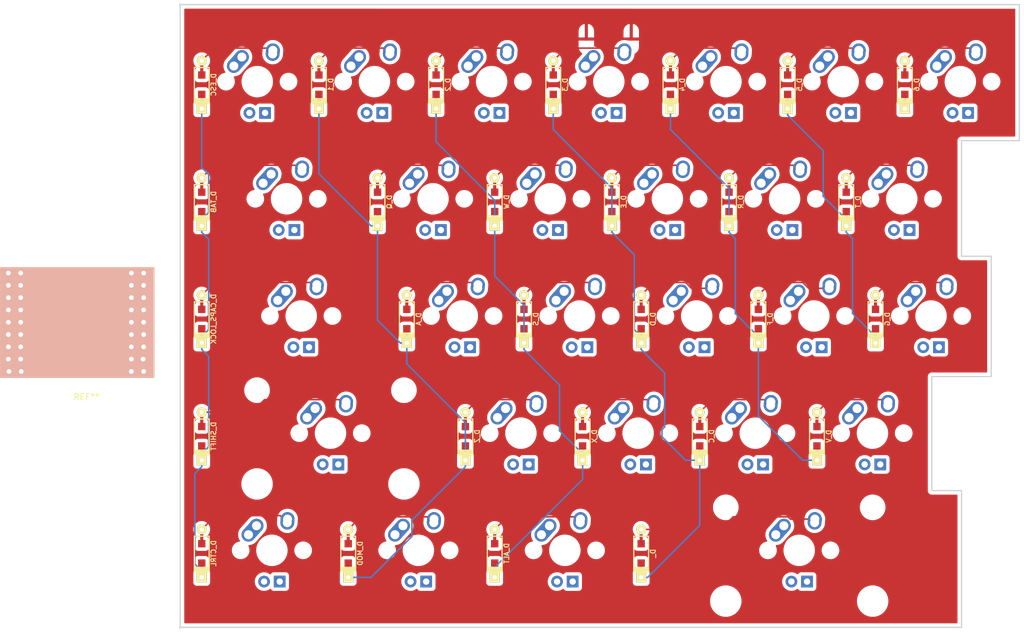
<source format=kicad_pcb>
(kicad_pcb (version 20171130) (host pcbnew "(5.1.4)-1")
  (layers (0 F.Cu signal) (31 B.Cu signal) (34 B.Paste user hide) (35 F.Paste user hide) (36 B.SilkS user hide) (37 F.SilkS user) (38 B.Mask user hide) (39 F.Mask user hide) (44 Edge.Cuts user hide))
  (net 0 "")
  (net 1 GND)
  (net 2 VCC)
  (net 3 /col0)
  (net 4 /col1)
  (net 5 /col2)
  (net 6 /col3)
  (net 7 /col4)
  (net 8 /col5)
  (net 9 /col6)
  (net 10 "Net-(K_ESC-Pad1)")
  (net 11 "Net-(K_ESC-Pad3)")
  (net 12 "Net-(K_ESC-Pad4)")
  (net 13 "Net-(D_ESC-Pad2)")
  (net 14 "Net-(K_1-Pad1)")
  (net 15 "Net-(K_1-Pad3)")
  (net 16 "Net-(K_1-Pad4)")
  (net 17 "Net-(D_1-Pad2)")
  (net 18 "Net-(K_2-Pad1)")
  (net 19 "Net-(K_2-Pad3)")
  (net 20 "Net-(K_2-Pad4)")
  (net 21 "Net-(D_2-Pad2)")
  (net 22 "Net-(K_3-Pad1)")
  (net 23 "Net-(K_3-Pad3)")
  (net 24 "Net-(K_3-Pad4)")
  (net 25 "Net-(D_3-Pad2)")
  (net 26 "Net-(K_4-Pad1)")
  (net 27 "Net-(K_4-Pad3)")
  (net 28 "Net-(K_4-Pad4)")
  (net 29 "Net-(D_4-Pad2)")
  (net 30 "Net-(K_5-Pad1)")
  (net 31 "Net-(K_5-Pad3)")
  (net 32 "Net-(K_5-Pad4)")
  (net 33 "Net-(D_5-Pad2)")
  (net 34 "Net-(K_6-Pad1)")
  (net 35 "Net-(K_6-Pad3)")
  (net 36 "Net-(K_6-Pad4)")
  (net 37 "Net-(D_6-Pad2)")
  (net 38 "Net-(K_TAB-Pad1)")
  (net 39 "Net-(K_TAB-Pad3)")
  (net 40 "Net-(K_TAB-Pad4)")
  (net 41 "Net-(D_TAB-Pad2)")
  (net 42 "Net-(K_Q-Pad1)")
  (net 43 "Net-(K_Q-Pad3)")
  (net 44 "Net-(K_Q-Pad4)")
  (net 45 "Net-(D_Q-Pad2)")
  (net 46 "Net-(K_W-Pad1)")
  (net 47 "Net-(K_W-Pad3)")
  (net 48 "Net-(K_W-Pad4)")
  (net 49 "Net-(D_W-Pad2)")
  (net 50 "Net-(K_E-Pad1)")
  (net 51 "Net-(K_E-Pad3)")
  (net 52 "Net-(K_E-Pad4)")
  (net 53 "Net-(D_E-Pad2)")
  (net 54 "Net-(K_R-Pad1)")
  (net 55 "Net-(K_R-Pad3)")
  (net 56 "Net-(K_R-Pad4)")
  (net 57 "Net-(D_R-Pad2)")
  (net 58 "Net-(K_T-Pad1)")
  (net 59 "Net-(K_T-Pad3)")
  (net 60 "Net-(K_T-Pad4)")
  (net 61 "Net-(D_T-Pad2)")
  (net 62 "Net-(K_CAPS_LOCK-Pad1)")
  (net 63 "Net-(K_CAPS_LOCK-Pad3)")
  (net 64 "Net-(K_CAPS_LOCK-Pad4)")
  (net 65 "Net-(D_CAPS_LOCK-Pad2)")
  (net 66 "Net-(K_A-Pad1)")
  (net 67 "Net-(K_A-Pad3)")
  (net 68 "Net-(K_A-Pad4)")
  (net 69 "Net-(D_A-Pad2)")
  (net 70 "Net-(K_S-Pad1)")
  (net 71 "Net-(K_S-Pad3)")
  (net 72 "Net-(K_S-Pad4)")
  (net 73 "Net-(D_S-Pad2)")
  (net 74 "Net-(K_D-Pad1)")
  (net 75 "Net-(K_D-Pad3)")
  (net 76 "Net-(K_D-Pad4)")
  (net 77 "Net-(D_D-Pad2)")
  (net 78 "Net-(K_F-Pad1)")
  (net 79 "Net-(K_F-Pad3)")
  (net 80 "Net-(K_F-Pad4)")
  (net 81 "Net-(D_F-Pad2)")
  (net 82 "Net-(K_G-Pad1)")
  (net 83 "Net-(K_G-Pad3)")
  (net 84 "Net-(K_G-Pad4)")
  (net 85 "Net-(D_G-Pad2)")
  (net 86 "Net-(K_SHIFT-Pad1)")
  (net 87 "Net-(K_SHIFT-Pad3)")
  (net 88 "Net-(K_SHIFT-Pad4)")
  (net 89 "Net-(D_SHIFT-Pad2)")
  (net 90 "Net-(K_Z-Pad1)")
  (net 91 "Net-(K_Z-Pad3)")
  (net 92 "Net-(K_Z-Pad4)")
  (net 93 "Net-(D_Z-Pad2)")
  (net 94 "Net-(K_X-Pad1)")
  (net 95 "Net-(K_X-Pad3)")
  (net 96 "Net-(K_X-Pad4)")
  (net 97 "Net-(D_X-Pad2)")
  (net 98 "Net-(K_C-Pad1)")
  (net 99 "Net-(K_C-Pad3)")
  (net 100 "Net-(K_C-Pad4)")
  (net 101 "Net-(D_C-Pad2)")
  (net 102 "Net-(K_V-Pad1)")
  (net 103 "Net-(K_V-Pad3)")
  (net 104 "Net-(K_V-Pad4)")
  (net 105 "Net-(D_V-Pad2)")
  (net 106 "Net-(K_CTRL-Pad1)")
  (net 107 "Net-(K_CTRL-Pad3)")
  (net 108 "Net-(K_CTRL-Pad4)")
  (net 109 "Net-(D_CTRL-Pad2)")
  (net 110 "Net-(K_MOD-Pad1)")
  (net 111 "Net-(K_MOD-Pad3)")
  (net 112 "Net-(K_MOD-Pad4)")
  (net 113 "Net-(D_MOD-Pad2)")
  (net 114 "Net-(K_ALT-Pad1)")
  (net 115 "Net-(K_ALT-Pad3)")
  (net 116 "Net-(K_ALT-Pad4)")
  (net 117 "Net-(D_ALT-Pad2)")
  (net 118 "Net-(K_-Pad1)")
  (net 119 "Net-(K_-Pad3)")
  (net 120 "Net-(K_-Pad4)")
  (net 121 "Net-(D_-Pad2)")
  (module ZelaFoots:NRF51822 (layer F.Cu) (at 0.762 72.644)
    (fp_text reference REF** (at 1.016 8.128) (layer F.SilkS))
    (fp_text value NRF51822)
    (pad 1 thru_hole circle (at -11.7 -12) (size 1.524 1.524) (drill 0.762) (layers *.Cu *.Mask))
    (pad 2 thru_hole circle (at -9.7 -12) (size 1.524 1.524) (drill 0.762) (layers *.Cu *.Mask))
    (pad 3 thru_hole circle (at -11.7 -10) (size 1.524 1.524) (drill 0.762) (layers *.Cu *.Mask))
    (pad 4 thru_hole circle (at -9.7 -10) (size 1.524 1.524) (drill 0.762) (layers *.Cu *.Mask))
    (pad 5 thru_hole circle (at -11.7 -8) (size 1.524 1.524) (drill 0.762) (layers *.Cu *.Mask))
    (pad 6 thru_hole circle (at -9.7 -8) (size 1.524 1.524) (drill 0.762) (layers *.Cu *.Mask))
    (pad 7 thru_hole circle (at -11.7 -6) (size 1.524 1.524) (drill 0.762) (layers *.Cu *.Mask))
    (pad 8 thru_hole circle (at -9.7 -6) (size 1.524 1.524) (drill 0.762) (layers *.Cu *.Mask))
    (pad 9 thru_hole circle (at -11.7 -4) (size 1.524 1.524) (drill 0.762) (layers *.Cu *.Mask))
    (pad 10 thru_hole circle (at -9.7 -4) (size 1.524 1.524) (drill 0.762) (layers *.Cu *.Mask))
    (pad 11 thru_hole circle (at -11.7 -2) (size 1.524 1.524) (drill 0.762) (layers *.Cu *.Mask))
    (pad 12 thru_hole circle (at -9.7 -2) (size 1.524 1.524) (drill 0.762) (layers *.Cu *.Mask))
    (pad 13 thru_hole circle (at -11.7 0) (size 1.524 1.524) (drill 0.762) (layers *.Cu *.Mask))
    (pad 14 thru_hole circle (at -9.7 0) (size 1.524 1.524) (drill 0.762) (layers *.Cu *.Mask))
    (pad 15 thru_hole circle (at -11.7 2) (size 1.524 1.524) (drill 0.762) (layers *.Cu *.Mask))
    (pad 16 thru_hole circle (at -9.7 2) (size 1.524 1.524) (drill 0.762) (layers *.Cu *.Mask))
    (pad 17 thru_hole circle (at -11.6 4) (size 1.524 1.524) (drill 0.762) (layers *.Cu *.Mask))
    (pad 18 thru_hole circle (at -9.6 4) (size 1.524 1.524) (drill 0.762) (layers *.Cu *.Mask))
    (pad 20 thru_hole circle (at 8.3 -12) (size 1.524 1.524) (drill 0.762) (layers *.Cu *.Mask))
    (pad 19 thru_hole circle (at 10.3 -12) (size 1.524 1.524) (drill 0.762) (layers *.Cu *.Mask))
    (pad 21 thru_hole circle (at 8.3 -10) (size 1.524 1.524) (drill 0.762) (layers *.Cu *.Mask))
    (pad 22 thru_hole circle (at 10.3 -10) (size 1.524 1.524) (drill 0.762) (layers *.Cu *.Mask))
    (pad 23 thru_hole circle (at 8.3 -8) (size 1.524 1.524) (drill 0.762) (layers *.Cu *.Mask))
    (pad 24 thru_hole circle (at 10.3 -8) (size 1.524 1.524) (drill 0.762) (layers *.Cu *.Mask))
    (pad 25 thru_hole circle (at 8.3 -6) (size 1.524 1.524) (drill 0.762) (layers *.Cu *.Mask))
    (pad 26 thru_hole circle (at 10.3 -6) (size 1.524 1.524) (drill 0.762) (layers *.Cu *.Mask))
    (pad 27 thru_hole circle (at 8.3 -4) (size 1.524 1.524) (drill 0.762) (layers *.Cu *.Mask))
    (pad 28 thru_hole circle (at 10.3 -4) (size 1.524 1.524) (drill 0.762) (layers *.Cu *.Mask))
    (pad 29 thru_hole circle (at 8.3 -2) (size 1.524 1.524) (drill 0.762) (layers *.Cu *.Mask))
    (pad 30 thru_hole circle (at 10.3 -2) (size 1.524 1.524) (drill 0.762) (layers *.Cu *.Mask))
    (pad 31 thru_hole circle (at 8.3 0) (size 1.524 1.524) (drill 0.762) (layers *.Cu *.Mask))
    (pad 32 thru_hole circle (at 10.3 0) (size 1.524 1.524) (drill 0.762) (layers *.Cu *.Mask))
    (pad 33 thru_hole circle (at 8.3 2) (size 1.524 1.524) (drill 0.762) (layers *.Cu *.Mask))
    (pad 34 thru_hole circle (at 10.2 2) (size 1.524 1.524) (drill 0.762) (layers *.Cu *.Mask))
    (pad 35 thru_hole circle (at 8.3 4) (size 1.524 1.524) (drill 0.762) (layers *.Cu *.Mask))
    (pad 36 thru_hole circle (at 10.3 4) (size 1.524 1.524) (drill 0.762) (layers *.Cu *.Mask))
  )
  (module MX_Alps_Hybrid:MX-1U-NoLED (layer F.Cu) (at 29.525 29.525)
    (fp_text reference K_ESC)
    (fp_text value KEYSW)
    (pad 1 thru_hole circle (at -2.5 -4) (size 2.25 2.25) (drill 1.47) (layers *.Cu B.Mask) (net 10 "Net-(K_ESC-Pad1)"))
    (pad 1 thru_hole oval (at -3.81 -2.54 48.0996) (size 4.211556 2.25) (drill 1.47 (offset 0.980778 0)) (layers *.Cu B.Mask) (net 10 "Net-(K_ESC-Pad1)"))
    (pad 2 thru_hole oval (at 2.5 -4.5 86.0548) (size 2.831378 2.25) (drill 1.47 (offset 0.290689 0)) (layers *.Cu B.Mask) (net 13 "Net-(D_ESC-Pad2)"))
    (pad 2 thru_hole circle (at 2.54 -5.08) (size 2.25 2.25) (drill 1.47) (layers *.Cu B.Mask) (net 13 "Net-(D_ESC-Pad2)"))
    (pad "" np_thru_hole circle (at 0 0) (size 3.9878 3.9878) (drill 3.9878) (layers *.Cu *.Mask))
    (pad "" np_thru_hole circle (at -5.08 0 48.0996) (size 1.75 1.75) (drill 1.75) (layers *.Cu *.Mask))
    (pad "" np_thru_hole circle (at 5.08 0 48.0996) (size 1.75 1.75) (drill 1.75) (layers *.Cu *.Mask))
    (pad 3 thru_hole circle (at -1.27 5.08) (size 1.905 1.905) (drill 1.04) (layers *.Cu B.Mask) (net 11 "Net-(K_ESC-Pad3)"))
    (pad 4 thru_hole rect (at 1.27 5.08) (size 1.905 1.905) (drill 1.04) (layers *.Cu B.Mask) (net 12 "Net-(K_ESC-Pad4)"))
    (pad "" np_thru_hole circle (at 0 0) (size 3.9878 3.9878) (drill 3.9878) (layers *.Cu *.Mask))
    (pad "" np_thru_hole circle (at -5.08 0 48.0996) (size 1.75 1.75) (drill 1.75) (layers *.Cu *.Mask))
    (pad "" np_thru_hole circle (at 5.08 0 48.0996) (size 1.75 1.75) (drill 1.75) (layers *.Cu *.Mask))
  )
  (module keyboard_parts:D_SOD123_axial (layer F.Cu) (at 20.5 30.025 90)
    (fp_text reference D_ESC (at 0 1.925 90) (layer F.SilkS) (effects (font (size 0.8 0.8)) (justify mirror)))
    (fp_text value D hide)
    (pad 1 smd rect (at -2.7 0 90) (size 2.5 0.5) (layers F.Cu) (net 3 /col0))
    (pad 1 smd rect (at -1.575 0 90) (size 1.2 1.2) (layers F.Cu F.Paste F.Mask) (net 3 /col0))
    (pad 1 thru_hole rect (at -3.9 0 90) (size 1.6 1.6) (drill 0.7) (layers *.Cu *.Mask F.SilkS) (net 3 /col0))
    (pad 2 smd rect (at 1.575 0 90) (size 1.2 1.2) (layers F.Cu F.Paste F.Mask) (net 13 "Net-(D_ESC-Pad2)"))
    (pad 2 smd rect (at 2.7 0 90) (size 2.5 0.5) (layers F.Cu) (net 13 "Net-(D_ESC-Pad2)"))
    (pad 2 thru_hole circle (at 3.9 0 90) (size 1.6 1.6) (drill 0.7) (layers *.Cu *.Mask F.SilkS) (net 13 "Net-(D_ESC-Pad2)"))
  )
  (module MX_Alps_Hybrid:MX-1U-NoLED (layer F.Cu) (at 48.575 29.525)
    (fp_text reference K_1)
    (fp_text value KEYSW)
    (pad 1 thru_hole circle (at -2.5 -4) (size 2.25 2.25) (drill 1.47) (layers *.Cu B.Mask) (net 14 "Net-(K_1-Pad1)"))
    (pad 1 thru_hole oval (at -3.81 -2.54 48.0996) (size 4.211556 2.25) (drill 1.47 (offset 0.980778 0)) (layers *.Cu B.Mask) (net 14 "Net-(K_1-Pad1)"))
    (pad 2 thru_hole oval (at 2.5 -4.5 86.0548) (size 2.831378 2.25) (drill 1.47 (offset 0.290689 0)) (layers *.Cu B.Mask) (net 17 "Net-(D_1-Pad2)"))
    (pad 2 thru_hole circle (at 2.54 -5.08) (size 2.25 2.25) (drill 1.47) (layers *.Cu B.Mask) (net 17 "Net-(D_1-Pad2)"))
    (pad "" np_thru_hole circle (at 0 0) (size 3.9878 3.9878) (drill 3.9878) (layers *.Cu *.Mask))
    (pad "" np_thru_hole circle (at -5.08 0 48.0996) (size 1.75 1.75) (drill 1.75) (layers *.Cu *.Mask))
    (pad "" np_thru_hole circle (at 5.08 0 48.0996) (size 1.75 1.75) (drill 1.75) (layers *.Cu *.Mask))
    (pad 3 thru_hole circle (at -1.27 5.08) (size 1.905 1.905) (drill 1.04) (layers *.Cu B.Mask) (net 15 "Net-(K_1-Pad3)"))
    (pad 4 thru_hole rect (at 1.27 5.08) (size 1.905 1.905) (drill 1.04) (layers *.Cu B.Mask) (net 16 "Net-(K_1-Pad4)"))
    (pad "" np_thru_hole circle (at 0 0) (size 3.9878 3.9878) (drill 3.9878) (layers *.Cu *.Mask))
    (pad "" np_thru_hole circle (at -5.08 0 48.0996) (size 1.75 1.75) (drill 1.75) (layers *.Cu *.Mask))
    (pad "" np_thru_hole circle (at 5.08 0 48.0996) (size 1.75 1.75) (drill 1.75) (layers *.Cu *.Mask))
  )
  (module keyboard_parts:D_SOD123_axial (layer F.Cu) (at 39.55 30.025 90)
    (fp_text reference D_1 (at 0 1.925 90) (layer F.SilkS) (effects (font (size 0.8 0.8)) (justify mirror)))
    (fp_text value D hide)
    (pad 1 smd rect (at -2.7 0 90) (size 2.5 0.5) (layers F.Cu) (net 4 /col1))
    (pad 1 smd rect (at -1.575 0 90) (size 1.2 1.2) (layers F.Cu F.Paste F.Mask) (net 4 /col1))
    (pad 1 thru_hole rect (at -3.9 0 90) (size 1.6 1.6) (drill 0.7) (layers *.Cu *.Mask F.SilkS) (net 4 /col1))
    (pad 2 smd rect (at 1.575 0 90) (size 1.2 1.2) (layers F.Cu F.Paste F.Mask) (net 17 "Net-(D_1-Pad2)"))
    (pad 2 smd rect (at 2.7 0 90) (size 2.5 0.5) (layers F.Cu) (net 17 "Net-(D_1-Pad2)"))
    (pad 2 thru_hole circle (at 3.9 0 90) (size 1.6 1.6) (drill 0.7) (layers *.Cu *.Mask F.SilkS) (net 17 "Net-(D_1-Pad2)"))
  )
  (module MX_Alps_Hybrid:MX-1U-NoLED (layer F.Cu) (at 67.625 29.525)
    (fp_text reference K_2)
    (fp_text value KEYSW)
    (pad 1 thru_hole circle (at -2.5 -4) (size 2.25 2.25) (drill 1.47) (layers *.Cu B.Mask) (net 18 "Net-(K_2-Pad1)"))
    (pad 1 thru_hole oval (at -3.81 -2.54 48.0996) (size 4.211556 2.25) (drill 1.47 (offset 0.980778 0)) (layers *.Cu B.Mask) (net 18 "Net-(K_2-Pad1)"))
    (pad 2 thru_hole oval (at 2.5 -4.5 86.0548) (size 2.831378 2.25) (drill 1.47 (offset 0.290689 0)) (layers *.Cu B.Mask) (net 21 "Net-(D_2-Pad2)"))
    (pad 2 thru_hole circle (at 2.54 -5.08) (size 2.25 2.25) (drill 1.47) (layers *.Cu B.Mask) (net 21 "Net-(D_2-Pad2)"))
    (pad "" np_thru_hole circle (at 0 0) (size 3.9878 3.9878) (drill 3.9878) (layers *.Cu *.Mask))
    (pad "" np_thru_hole circle (at -5.08 0 48.0996) (size 1.75 1.75) (drill 1.75) (layers *.Cu *.Mask))
    (pad "" np_thru_hole circle (at 5.08 0 48.0996) (size 1.75 1.75) (drill 1.75) (layers *.Cu *.Mask))
    (pad 3 thru_hole circle (at -1.27 5.08) (size 1.905 1.905) (drill 1.04) (layers *.Cu B.Mask) (net 19 "Net-(K_2-Pad3)"))
    (pad 4 thru_hole rect (at 1.27 5.08) (size 1.905 1.905) (drill 1.04) (layers *.Cu B.Mask) (net 20 "Net-(K_2-Pad4)"))
    (pad "" np_thru_hole circle (at 0 0) (size 3.9878 3.9878) (drill 3.9878) (layers *.Cu *.Mask))
    (pad "" np_thru_hole circle (at -5.08 0 48.0996) (size 1.75 1.75) (drill 1.75) (layers *.Cu *.Mask))
    (pad "" np_thru_hole circle (at 5.08 0 48.0996) (size 1.75 1.75) (drill 1.75) (layers *.Cu *.Mask))
  )
  (module keyboard_parts:D_SOD123_axial (layer F.Cu) (at 58.6 30.025 90)
    (fp_text reference D_2 (at 0 1.925 90) (layer F.SilkS) (effects (font (size 0.8 0.8)) (justify mirror)))
    (fp_text value D hide)
    (pad 1 smd rect (at -2.7 0 90) (size 2.5 0.5) (layers F.Cu) (net 5 /col2))
    (pad 1 smd rect (at -1.575 0 90) (size 1.2 1.2) (layers F.Cu F.Paste F.Mask) (net 5 /col2))
    (pad 1 thru_hole rect (at -3.9 0 90) (size 1.6 1.6) (drill 0.7) (layers *.Cu *.Mask F.SilkS) (net 5 /col2))
    (pad 2 smd rect (at 1.575 0 90) (size 1.2 1.2) (layers F.Cu F.Paste F.Mask) (net 21 "Net-(D_2-Pad2)"))
    (pad 2 smd rect (at 2.7 0 90) (size 2.5 0.5) (layers F.Cu) (net 21 "Net-(D_2-Pad2)"))
    (pad 2 thru_hole circle (at 3.9 0 90) (size 1.6 1.6) (drill 0.7) (layers *.Cu *.Mask F.SilkS) (net 21 "Net-(D_2-Pad2)"))
  )
  (module MX_Alps_Hybrid:MX-1U-NoLED (layer F.Cu) (at 86.675 29.525)
    (fp_text reference K_3)
    (fp_text value KEYSW)
    (pad 1 thru_hole circle (at -2.5 -4) (size 2.25 2.25) (drill 1.47) (layers *.Cu B.Mask) (net 22 "Net-(K_3-Pad1)"))
    (pad 1 thru_hole oval (at -3.81 -2.54 48.0996) (size 4.211556 2.25) (drill 1.47 (offset 0.980778 0)) (layers *.Cu B.Mask) (net 22 "Net-(K_3-Pad1)"))
    (pad 2 thru_hole oval (at 2.5 -4.5 86.0548) (size 2.831378 2.25) (drill 1.47 (offset 0.290689 0)) (layers *.Cu B.Mask) (net 25 "Net-(D_3-Pad2)"))
    (pad 2 thru_hole circle (at 2.54 -5.08) (size 2.25 2.25) (drill 1.47) (layers *.Cu B.Mask) (net 25 "Net-(D_3-Pad2)"))
    (pad "" np_thru_hole circle (at 0 0) (size 3.9878 3.9878) (drill 3.9878) (layers *.Cu *.Mask))
    (pad "" np_thru_hole circle (at -5.08 0 48.0996) (size 1.75 1.75) (drill 1.75) (layers *.Cu *.Mask))
    (pad "" np_thru_hole circle (at 5.08 0 48.0996) (size 1.75 1.75) (drill 1.75) (layers *.Cu *.Mask))
    (pad 3 thru_hole circle (at -1.27 5.08) (size 1.905 1.905) (drill 1.04) (layers *.Cu B.Mask) (net 23 "Net-(K_3-Pad3)"))
    (pad 4 thru_hole rect (at 1.27 5.08) (size 1.905 1.905) (drill 1.04) (layers *.Cu B.Mask) (net 24 "Net-(K_3-Pad4)"))
    (pad "" np_thru_hole circle (at 0 0) (size 3.9878 3.9878) (drill 3.9878) (layers *.Cu *.Mask))
    (pad "" np_thru_hole circle (at -5.08 0 48.0996) (size 1.75 1.75) (drill 1.75) (layers *.Cu *.Mask))
    (pad "" np_thru_hole circle (at 5.08 0 48.0996) (size 1.75 1.75) (drill 1.75) (layers *.Cu *.Mask))
  )
  (module keyboard_parts:D_SOD123_axial (layer F.Cu) (at 77.65 30.025 90)
    (fp_text reference D_3 (at 0 1.925 90) (layer F.SilkS) (effects (font (size 0.8 0.8)) (justify mirror)))
    (fp_text value D hide)
    (pad 1 smd rect (at -2.7 0 90) (size 2.5 0.5) (layers F.Cu) (net 6 /col3))
    (pad 1 smd rect (at -1.575 0 90) (size 1.2 1.2) (layers F.Cu F.Paste F.Mask) (net 6 /col3))
    (pad 1 thru_hole rect (at -3.9 0 90) (size 1.6 1.6) (drill 0.7) (layers *.Cu *.Mask F.SilkS) (net 6 /col3))
    (pad 2 smd rect (at 1.575 0 90) (size 1.2 1.2) (layers F.Cu F.Paste F.Mask) (net 25 "Net-(D_3-Pad2)"))
    (pad 2 smd rect (at 2.7 0 90) (size 2.5 0.5) (layers F.Cu) (net 25 "Net-(D_3-Pad2)"))
    (pad 2 thru_hole circle (at 3.9 0 90) (size 1.6 1.6) (drill 0.7) (layers *.Cu *.Mask F.SilkS) (net 25 "Net-(D_3-Pad2)"))
  )
  (module MX_Alps_Hybrid:MX-1U-NoLED (layer F.Cu) (at 105.725 29.525)
    (fp_text reference K_4)
    (fp_text value KEYSW)
    (pad 1 thru_hole circle (at -2.5 -4) (size 2.25 2.25) (drill 1.47) (layers *.Cu B.Mask) (net 26 "Net-(K_4-Pad1)"))
    (pad 1 thru_hole oval (at -3.81 -2.54 48.0996) (size 4.211556 2.25) (drill 1.47 (offset 0.980778 0)) (layers *.Cu B.Mask) (net 26 "Net-(K_4-Pad1)"))
    (pad 2 thru_hole oval (at 2.5 -4.5 86.0548) (size 2.831378 2.25) (drill 1.47 (offset 0.290689 0)) (layers *.Cu B.Mask) (net 29 "Net-(D_4-Pad2)"))
    (pad 2 thru_hole circle (at 2.54 -5.08) (size 2.25 2.25) (drill 1.47) (layers *.Cu B.Mask) (net 29 "Net-(D_4-Pad2)"))
    (pad "" np_thru_hole circle (at 0 0) (size 3.9878 3.9878) (drill 3.9878) (layers *.Cu *.Mask))
    (pad "" np_thru_hole circle (at -5.08 0 48.0996) (size 1.75 1.75) (drill 1.75) (layers *.Cu *.Mask))
    (pad "" np_thru_hole circle (at 5.08 0 48.0996) (size 1.75 1.75) (drill 1.75) (layers *.Cu *.Mask))
    (pad 3 thru_hole circle (at -1.27 5.08) (size 1.905 1.905) (drill 1.04) (layers *.Cu B.Mask) (net 27 "Net-(K_4-Pad3)"))
    (pad 4 thru_hole rect (at 1.27 5.08) (size 1.905 1.905) (drill 1.04) (layers *.Cu B.Mask) (net 28 "Net-(K_4-Pad4)"))
    (pad "" np_thru_hole circle (at 0 0) (size 3.9878 3.9878) (drill 3.9878) (layers *.Cu *.Mask))
    (pad "" np_thru_hole circle (at -5.08 0 48.0996) (size 1.75 1.75) (drill 1.75) (layers *.Cu *.Mask))
    (pad "" np_thru_hole circle (at 5.08 0 48.0996) (size 1.75 1.75) (drill 1.75) (layers *.Cu *.Mask))
  )
  (module keyboard_parts:D_SOD123_axial (layer F.Cu) (at 96.7 30.025 90)
    (fp_text reference D_4 (at 0 1.925 90) (layer F.SilkS) (effects (font (size 0.8 0.8)) (justify mirror)))
    (fp_text value D hide)
    (pad 1 smd rect (at -2.7 0 90) (size 2.5 0.5) (layers F.Cu) (net 7 /col4))
    (pad 1 smd rect (at -1.575 0 90) (size 1.2 1.2) (layers F.Cu F.Paste F.Mask) (net 7 /col4))
    (pad 1 thru_hole rect (at -3.9 0 90) (size 1.6 1.6) (drill 0.7) (layers *.Cu *.Mask F.SilkS) (net 7 /col4))
    (pad 2 smd rect (at 1.575 0 90) (size 1.2 1.2) (layers F.Cu F.Paste F.Mask) (net 29 "Net-(D_4-Pad2)"))
    (pad 2 smd rect (at 2.7 0 90) (size 2.5 0.5) (layers F.Cu) (net 29 "Net-(D_4-Pad2)"))
    (pad 2 thru_hole circle (at 3.9 0 90) (size 1.6 1.6) (drill 0.7) (layers *.Cu *.Mask F.SilkS) (net 29 "Net-(D_4-Pad2)"))
  )
  (module MX_Alps_Hybrid:MX-1U-NoLED (layer F.Cu) (at 124.775 29.525)
    (fp_text reference K_5)
    (fp_text value KEYSW)
    (pad 1 thru_hole circle (at -2.5 -4) (size 2.25 2.25) (drill 1.47) (layers *.Cu B.Mask) (net 30 "Net-(K_5-Pad1)"))
    (pad 1 thru_hole oval (at -3.81 -2.54 48.0996) (size 4.211556 2.25) (drill 1.47 (offset 0.980778 0)) (layers *.Cu B.Mask) (net 30 "Net-(K_5-Pad1)"))
    (pad 2 thru_hole oval (at 2.5 -4.5 86.0548) (size 2.831378 2.25) (drill 1.47 (offset 0.290689 0)) (layers *.Cu B.Mask) (net 33 "Net-(D_5-Pad2)"))
    (pad 2 thru_hole circle (at 2.54 -5.08) (size 2.25 2.25) (drill 1.47) (layers *.Cu B.Mask) (net 33 "Net-(D_5-Pad2)"))
    (pad "" np_thru_hole circle (at 0 0) (size 3.9878 3.9878) (drill 3.9878) (layers *.Cu *.Mask))
    (pad "" np_thru_hole circle (at -5.08 0 48.0996) (size 1.75 1.75) (drill 1.75) (layers *.Cu *.Mask))
    (pad "" np_thru_hole circle (at 5.08 0 48.0996) (size 1.75 1.75) (drill 1.75) (layers *.Cu *.Mask))
    (pad 3 thru_hole circle (at -1.27 5.08) (size 1.905 1.905) (drill 1.04) (layers *.Cu B.Mask) (net 31 "Net-(K_5-Pad3)"))
    (pad 4 thru_hole rect (at 1.27 5.08) (size 1.905 1.905) (drill 1.04) (layers *.Cu B.Mask) (net 32 "Net-(K_5-Pad4)"))
    (pad "" np_thru_hole circle (at 0 0) (size 3.9878 3.9878) (drill 3.9878) (layers *.Cu *.Mask))
    (pad "" np_thru_hole circle (at -5.08 0 48.0996) (size 1.75 1.75) (drill 1.75) (layers *.Cu *.Mask))
    (pad "" np_thru_hole circle (at 5.08 0 48.0996) (size 1.75 1.75) (drill 1.75) (layers *.Cu *.Mask))
  )
  (module keyboard_parts:D_SOD123_axial (layer F.Cu) (at 115.75 30.025 90)
    (fp_text reference D_5 (at 0 1.925 90) (layer F.SilkS) (effects (font (size 0.8 0.8)) (justify mirror)))
    (fp_text value D hide)
    (pad 1 smd rect (at -2.7 0 90) (size 2.5 0.5) (layers F.Cu) (net 8 /col5))
    (pad 1 smd rect (at -1.575 0 90) (size 1.2 1.2) (layers F.Cu F.Paste F.Mask) (net 8 /col5))
    (pad 1 thru_hole rect (at -3.9 0 90) (size 1.6 1.6) (drill 0.7) (layers *.Cu *.Mask F.SilkS) (net 8 /col5))
    (pad 2 smd rect (at 1.575 0 90) (size 1.2 1.2) (layers F.Cu F.Paste F.Mask) (net 33 "Net-(D_5-Pad2)"))
    (pad 2 smd rect (at 2.7 0 90) (size 2.5 0.5) (layers F.Cu) (net 33 "Net-(D_5-Pad2)"))
    (pad 2 thru_hole circle (at 3.9 0 90) (size 1.6 1.6) (drill 0.7) (layers *.Cu *.Mask F.SilkS) (net 33 "Net-(D_5-Pad2)"))
  )
  (module MX_Alps_Hybrid:MX-1U-NoLED (layer F.Cu) (at 143.825 29.525)
    (fp_text reference K_6)
    (fp_text value KEYSW)
    (pad 1 thru_hole circle (at -2.5 -4) (size 2.25 2.25) (drill 1.47) (layers *.Cu B.Mask) (net 34 "Net-(K_6-Pad1)"))
    (pad 1 thru_hole oval (at -3.81 -2.54 48.0996) (size 4.211556 2.25) (drill 1.47 (offset 0.980778 0)) (layers *.Cu B.Mask) (net 34 "Net-(K_6-Pad1)"))
    (pad 2 thru_hole oval (at 2.5 -4.5 86.0548) (size 2.831378 2.25) (drill 1.47 (offset 0.290689 0)) (layers *.Cu B.Mask) (net 37 "Net-(D_6-Pad2)"))
    (pad 2 thru_hole circle (at 2.54 -5.08) (size 2.25 2.25) (drill 1.47) (layers *.Cu B.Mask) (net 37 "Net-(D_6-Pad2)"))
    (pad "" np_thru_hole circle (at 0 0) (size 3.9878 3.9878) (drill 3.9878) (layers *.Cu *.Mask))
    (pad "" np_thru_hole circle (at -5.08 0 48.0996) (size 1.75 1.75) (drill 1.75) (layers *.Cu *.Mask))
    (pad "" np_thru_hole circle (at 5.08 0 48.0996) (size 1.75 1.75) (drill 1.75) (layers *.Cu *.Mask))
    (pad 3 thru_hole circle (at -1.27 5.08) (size 1.905 1.905) (drill 1.04) (layers *.Cu B.Mask) (net 35 "Net-(K_6-Pad3)"))
    (pad 4 thru_hole rect (at 1.27 5.08) (size 1.905 1.905) (drill 1.04) (layers *.Cu B.Mask) (net 36 "Net-(K_6-Pad4)"))
    (pad "" np_thru_hole circle (at 0 0) (size 3.9878 3.9878) (drill 3.9878) (layers *.Cu *.Mask))
    (pad "" np_thru_hole circle (at -5.08 0 48.0996) (size 1.75 1.75) (drill 1.75) (layers *.Cu *.Mask))
    (pad "" np_thru_hole circle (at 5.08 0 48.0996) (size 1.75 1.75) (drill 1.75) (layers *.Cu *.Mask))
  )
  (module keyboard_parts:D_SOD123_axial (layer F.Cu) (at 134.8 30.025 90)
    (fp_text reference D_6 (at 0 1.925 90) (layer F.SilkS) (effects (font (size 0.8 0.8)) (justify mirror)))
    (fp_text value D hide)
    (pad 1 smd rect (at -2.7 0 90) (size 2.5 0.5) (layers F.Cu) (net 9 /col6))
    (pad 1 smd rect (at -1.575 0 90) (size 1.2 1.2) (layers F.Cu F.Paste F.Mask) (net 9 /col6))
    (pad 1 thru_hole rect (at -3.9 0 90) (size 1.6 1.6) (drill 0.7) (layers *.Cu *.Mask F.SilkS) (net 9 /col6))
    (pad 2 smd rect (at 1.575 0 90) (size 1.2 1.2) (layers F.Cu F.Paste F.Mask) (net 37 "Net-(D_6-Pad2)"))
    (pad 2 smd rect (at 2.7 0 90) (size 2.5 0.5) (layers F.Cu) (net 37 "Net-(D_6-Pad2)"))
    (pad 2 thru_hole circle (at 3.9 0 90) (size 1.6 1.6) (drill 0.7) (layers *.Cu *.Mask F.SilkS) (net 37 "Net-(D_6-Pad2)"))
  )
  (module MX_Alps_Hybrid:MX-1.5U-NoLED (layer F.Cu) (at 34.2875 48.575)
    (fp_text reference K_TAB)
    (fp_text value KEYSW)
    (pad 1 thru_hole circle (at -2.5 -4) (size 2.25 2.25) (drill 1.47) (layers *.Cu B.Mask) (net 38 "Net-(K_TAB-Pad1)"))
    (pad 1 thru_hole oval (at -3.81 -2.54 48.0996) (size 4.211556 2.25) (drill 1.47 (offset 0.980778 0)) (layers *.Cu B.Mask) (net 38 "Net-(K_TAB-Pad1)"))
    (pad 2 thru_hole oval (at 2.5 -4.5 86.0548) (size 2.831378 2.25) (drill 1.47 (offset 0.290689 0)) (layers *.Cu B.Mask) (net 41 "Net-(D_TAB-Pad2)"))
    (pad 2 thru_hole circle (at 2.54 -5.08) (size 2.25 2.25) (drill 1.47) (layers *.Cu B.Mask) (net 41 "Net-(D_TAB-Pad2)"))
    (pad "" np_thru_hole circle (at 0 0) (size 3.9878 3.9878) (drill 3.9878) (layers *.Cu *.Mask))
    (pad "" np_thru_hole circle (at -5.08 0 48.0996) (size 1.75 1.75) (drill 1.75) (layers *.Cu *.Mask))
    (pad "" np_thru_hole circle (at 5.08 0 48.0996) (size 1.75 1.75) (drill 1.75) (layers *.Cu *.Mask))
    (pad 3 thru_hole circle (at -1.27 5.08) (size 1.905 1.905) (drill 1.04) (layers *.Cu B.Mask) (net 39 "Net-(K_TAB-Pad3)"))
    (pad 4 thru_hole rect (at 1.27 5.08) (size 1.905 1.905) (drill 1.04) (layers *.Cu B.Mask) (net 40 "Net-(K_TAB-Pad4)"))
    (pad "" np_thru_hole circle (at 0 0) (size 3.9878 3.9878) (drill 3.9878) (layers *.Cu *.Mask))
    (pad "" np_thru_hole circle (at -5.08 0 48.0996) (size 1.75 1.75) (drill 1.75) (layers *.Cu *.Mask))
    (pad "" np_thru_hole circle (at 5.08 0 48.0996) (size 1.75 1.75) (drill 1.75) (layers *.Cu *.Mask))
  )
  (module keyboard_parts:D_SOD123_axial (layer F.Cu) (at 20.5 49.075 90)
    (fp_text reference D_TAB (at 0 1.925 90) (layer F.SilkS) (effects (font (size 0.8 0.8)) (justify mirror)))
    (fp_text value D hide)
    (pad 1 smd rect (at -2.7 0 90) (size 2.5 0.5) (layers F.Cu) (net 3 /col0))
    (pad 1 smd rect (at -1.575 0 90) (size 1.2 1.2) (layers F.Cu F.Paste F.Mask) (net 3 /col0))
    (pad 1 thru_hole rect (at -3.9 0 90) (size 1.6 1.6) (drill 0.7) (layers *.Cu *.Mask F.SilkS) (net 3 /col0))
    (pad 2 smd rect (at 1.575 0 90) (size 1.2 1.2) (layers F.Cu F.Paste F.Mask) (net 41 "Net-(D_TAB-Pad2)"))
    (pad 2 smd rect (at 2.7 0 90) (size 2.5 0.5) (layers F.Cu) (net 41 "Net-(D_TAB-Pad2)"))
    (pad 2 thru_hole circle (at 3.9 0 90) (size 1.6 1.6) (drill 0.7) (layers *.Cu *.Mask F.SilkS) (net 41 "Net-(D_TAB-Pad2)"))
  )
  (module MX_Alps_Hybrid:MX-1U-NoLED (layer F.Cu) (at 58.1 48.575)
    (fp_text reference K_Q)
    (fp_text value KEYSW)
    (pad 1 thru_hole circle (at -2.5 -4) (size 2.25 2.25) (drill 1.47) (layers *.Cu B.Mask) (net 42 "Net-(K_Q-Pad1)"))
    (pad 1 thru_hole oval (at -3.81 -2.54 48.0996) (size 4.211556 2.25) (drill 1.47 (offset 0.980778 0)) (layers *.Cu B.Mask) (net 42 "Net-(K_Q-Pad1)"))
    (pad 2 thru_hole oval (at 2.5 -4.5 86.0548) (size 2.831378 2.25) (drill 1.47 (offset 0.290689 0)) (layers *.Cu B.Mask) (net 45 "Net-(D_Q-Pad2)"))
    (pad 2 thru_hole circle (at 2.54 -5.08) (size 2.25 2.25) (drill 1.47) (layers *.Cu B.Mask) (net 45 "Net-(D_Q-Pad2)"))
    (pad "" np_thru_hole circle (at 0 0) (size 3.9878 3.9878) (drill 3.9878) (layers *.Cu *.Mask))
    (pad "" np_thru_hole circle (at -5.08 0 48.0996) (size 1.75 1.75) (drill 1.75) (layers *.Cu *.Mask))
    (pad "" np_thru_hole circle (at 5.08 0 48.0996) (size 1.75 1.75) (drill 1.75) (layers *.Cu *.Mask))
    (pad 3 thru_hole circle (at -1.27 5.08) (size 1.905 1.905) (drill 1.04) (layers *.Cu B.Mask) (net 43 "Net-(K_Q-Pad3)"))
    (pad 4 thru_hole rect (at 1.27 5.08) (size 1.905 1.905) (drill 1.04) (layers *.Cu B.Mask) (net 44 "Net-(K_Q-Pad4)"))
    (pad "" np_thru_hole circle (at 0 0) (size 3.9878 3.9878) (drill 3.9878) (layers *.Cu *.Mask))
    (pad "" np_thru_hole circle (at -5.08 0 48.0996) (size 1.75 1.75) (drill 1.75) (layers *.Cu *.Mask))
    (pad "" np_thru_hole circle (at 5.08 0 48.0996) (size 1.75 1.75) (drill 1.75) (layers *.Cu *.Mask))
  )
  (module keyboard_parts:D_SOD123_axial (layer F.Cu) (at 49.075 49.075 90)
    (fp_text reference D_Q (at 0 1.925 90) (layer F.SilkS) (effects (font (size 0.8 0.8)) (justify mirror)))
    (fp_text value D hide)
    (pad 1 smd rect (at -2.7 0 90) (size 2.5 0.5) (layers F.Cu) (net 4 /col1))
    (pad 1 smd rect (at -1.575 0 90) (size 1.2 1.2) (layers F.Cu F.Paste F.Mask) (net 4 /col1))
    (pad 1 thru_hole rect (at -3.9 0 90) (size 1.6 1.6) (drill 0.7) (layers *.Cu *.Mask F.SilkS) (net 4 /col1))
    (pad 2 smd rect (at 1.575 0 90) (size 1.2 1.2) (layers F.Cu F.Paste F.Mask) (net 45 "Net-(D_Q-Pad2)"))
    (pad 2 smd rect (at 2.7 0 90) (size 2.5 0.5) (layers F.Cu) (net 45 "Net-(D_Q-Pad2)"))
    (pad 2 thru_hole circle (at 3.9 0 90) (size 1.6 1.6) (drill 0.7) (layers *.Cu *.Mask F.SilkS) (net 45 "Net-(D_Q-Pad2)"))
  )
  (module MX_Alps_Hybrid:MX-1U-NoLED (layer F.Cu) (at 77.15 48.575)
    (fp_text reference K_W)
    (fp_text value KEYSW)
    (pad 1 thru_hole circle (at -2.5 -4) (size 2.25 2.25) (drill 1.47) (layers *.Cu B.Mask) (net 46 "Net-(K_W-Pad1)"))
    (pad 1 thru_hole oval (at -3.81 -2.54 48.0996) (size 4.211556 2.25) (drill 1.47 (offset 0.980778 0)) (layers *.Cu B.Mask) (net 46 "Net-(K_W-Pad1)"))
    (pad 2 thru_hole oval (at 2.5 -4.5 86.0548) (size 2.831378 2.25) (drill 1.47 (offset 0.290689 0)) (layers *.Cu B.Mask) (net 49 "Net-(D_W-Pad2)"))
    (pad 2 thru_hole circle (at 2.54 -5.08) (size 2.25 2.25) (drill 1.47) (layers *.Cu B.Mask) (net 49 "Net-(D_W-Pad2)"))
    (pad "" np_thru_hole circle (at 0 0) (size 3.9878 3.9878) (drill 3.9878) (layers *.Cu *.Mask))
    (pad "" np_thru_hole circle (at -5.08 0 48.0996) (size 1.75 1.75) (drill 1.75) (layers *.Cu *.Mask))
    (pad "" np_thru_hole circle (at 5.08 0 48.0996) (size 1.75 1.75) (drill 1.75) (layers *.Cu *.Mask))
    (pad 3 thru_hole circle (at -1.27 5.08) (size 1.905 1.905) (drill 1.04) (layers *.Cu B.Mask) (net 47 "Net-(K_W-Pad3)"))
    (pad 4 thru_hole rect (at 1.27 5.08) (size 1.905 1.905) (drill 1.04) (layers *.Cu B.Mask) (net 48 "Net-(K_W-Pad4)"))
    (pad "" np_thru_hole circle (at 0 0) (size 3.9878 3.9878) (drill 3.9878) (layers *.Cu *.Mask))
    (pad "" np_thru_hole circle (at -5.08 0 48.0996) (size 1.75 1.75) (drill 1.75) (layers *.Cu *.Mask))
    (pad "" np_thru_hole circle (at 5.08 0 48.0996) (size 1.75 1.75) (drill 1.75) (layers *.Cu *.Mask))
  )
  (module keyboard_parts:D_SOD123_axial (layer F.Cu) (at 68.125 49.075 90)
    (fp_text reference D_W (at 0 1.925 90) (layer F.SilkS) (effects (font (size 0.8 0.8)) (justify mirror)))
    (fp_text value D hide)
    (pad 1 smd rect (at -2.7 0 90) (size 2.5 0.5) (layers F.Cu) (net 5 /col2))
    (pad 1 smd rect (at -1.575 0 90) (size 1.2 1.2) (layers F.Cu F.Paste F.Mask) (net 5 /col2))
    (pad 1 thru_hole rect (at -3.9 0 90) (size 1.6 1.6) (drill 0.7) (layers *.Cu *.Mask F.SilkS) (net 5 /col2))
    (pad 2 smd rect (at 1.575 0 90) (size 1.2 1.2) (layers F.Cu F.Paste F.Mask) (net 49 "Net-(D_W-Pad2)"))
    (pad 2 smd rect (at 2.7 0 90) (size 2.5 0.5) (layers F.Cu) (net 49 "Net-(D_W-Pad2)"))
    (pad 2 thru_hole circle (at 3.9 0 90) (size 1.6 1.6) (drill 0.7) (layers *.Cu *.Mask F.SilkS) (net 49 "Net-(D_W-Pad2)"))
  )
  (module MX_Alps_Hybrid:MX-1U-NoLED (layer F.Cu) (at 96.2 48.575)
    (fp_text reference K_E)
    (fp_text value KEYSW)
    (pad 1 thru_hole circle (at -2.5 -4) (size 2.25 2.25) (drill 1.47) (layers *.Cu B.Mask) (net 50 "Net-(K_E-Pad1)"))
    (pad 1 thru_hole oval (at -3.81 -2.54 48.0996) (size 4.211556 2.25) (drill 1.47 (offset 0.980778 0)) (layers *.Cu B.Mask) (net 50 "Net-(K_E-Pad1)"))
    (pad 2 thru_hole oval (at 2.5 -4.5 86.0548) (size 2.831378 2.25) (drill 1.47 (offset 0.290689 0)) (layers *.Cu B.Mask) (net 53 "Net-(D_E-Pad2)"))
    (pad 2 thru_hole circle (at 2.54 -5.08) (size 2.25 2.25) (drill 1.47) (layers *.Cu B.Mask) (net 53 "Net-(D_E-Pad2)"))
    (pad "" np_thru_hole circle (at 0 0) (size 3.9878 3.9878) (drill 3.9878) (layers *.Cu *.Mask))
    (pad "" np_thru_hole circle (at -5.08 0 48.0996) (size 1.75 1.75) (drill 1.75) (layers *.Cu *.Mask))
    (pad "" np_thru_hole circle (at 5.08 0 48.0996) (size 1.75 1.75) (drill 1.75) (layers *.Cu *.Mask))
    (pad 3 thru_hole circle (at -1.27 5.08) (size 1.905 1.905) (drill 1.04) (layers *.Cu B.Mask) (net 51 "Net-(K_E-Pad3)"))
    (pad 4 thru_hole rect (at 1.27 5.08) (size 1.905 1.905) (drill 1.04) (layers *.Cu B.Mask) (net 52 "Net-(K_E-Pad4)"))
    (pad "" np_thru_hole circle (at 0 0) (size 3.9878 3.9878) (drill 3.9878) (layers *.Cu *.Mask))
    (pad "" np_thru_hole circle (at -5.08 0 48.0996) (size 1.75 1.75) (drill 1.75) (layers *.Cu *.Mask))
    (pad "" np_thru_hole circle (at 5.08 0 48.0996) (size 1.75 1.75) (drill 1.75) (layers *.Cu *.Mask))
  )
  (module keyboard_parts:D_SOD123_axial (layer F.Cu) (at 87.175 49.075 90)
    (fp_text reference D_E (at 0 1.925 90) (layer F.SilkS) (effects (font (size 0.8 0.8)) (justify mirror)))
    (fp_text value D hide)
    (pad 1 smd rect (at -2.7 0 90) (size 2.5 0.5) (layers F.Cu) (net 6 /col3))
    (pad 1 smd rect (at -1.575 0 90) (size 1.2 1.2) (layers F.Cu F.Paste F.Mask) (net 6 /col3))
    (pad 1 thru_hole rect (at -3.9 0 90) (size 1.6 1.6) (drill 0.7) (layers *.Cu *.Mask F.SilkS) (net 6 /col3))
    (pad 2 smd rect (at 1.575 0 90) (size 1.2 1.2) (layers F.Cu F.Paste F.Mask) (net 53 "Net-(D_E-Pad2)"))
    (pad 2 smd rect (at 2.7 0 90) (size 2.5 0.5) (layers F.Cu) (net 53 "Net-(D_E-Pad2)"))
    (pad 2 thru_hole circle (at 3.9 0 90) (size 1.6 1.6) (drill 0.7) (layers *.Cu *.Mask F.SilkS) (net 53 "Net-(D_E-Pad2)"))
  )
  (module MX_Alps_Hybrid:MX-1U-NoLED (layer F.Cu) (at 115.25 48.575)
    (fp_text reference K_R)
    (fp_text value KEYSW)
    (pad 1 thru_hole circle (at -2.5 -4) (size 2.25 2.25) (drill 1.47) (layers *.Cu B.Mask) (net 54 "Net-(K_R-Pad1)"))
    (pad 1 thru_hole oval (at -3.81 -2.54 48.0996) (size 4.211556 2.25) (drill 1.47 (offset 0.980778 0)) (layers *.Cu B.Mask) (net 54 "Net-(K_R-Pad1)"))
    (pad 2 thru_hole oval (at 2.5 -4.5 86.0548) (size 2.831378 2.25) (drill 1.47 (offset 0.290689 0)) (layers *.Cu B.Mask) (net 57 "Net-(D_R-Pad2)"))
    (pad 2 thru_hole circle (at 2.54 -5.08) (size 2.25 2.25) (drill 1.47) (layers *.Cu B.Mask) (net 57 "Net-(D_R-Pad2)"))
    (pad "" np_thru_hole circle (at 0 0) (size 3.9878 3.9878) (drill 3.9878) (layers *.Cu *.Mask))
    (pad "" np_thru_hole circle (at -5.08 0 48.0996) (size 1.75 1.75) (drill 1.75) (layers *.Cu *.Mask))
    (pad "" np_thru_hole circle (at 5.08 0 48.0996) (size 1.75 1.75) (drill 1.75) (layers *.Cu *.Mask))
    (pad 3 thru_hole circle (at -1.27 5.08) (size 1.905 1.905) (drill 1.04) (layers *.Cu B.Mask) (net 55 "Net-(K_R-Pad3)"))
    (pad 4 thru_hole rect (at 1.27 5.08) (size 1.905 1.905) (drill 1.04) (layers *.Cu B.Mask) (net 56 "Net-(K_R-Pad4)"))
    (pad "" np_thru_hole circle (at 0 0) (size 3.9878 3.9878) (drill 3.9878) (layers *.Cu *.Mask))
    (pad "" np_thru_hole circle (at -5.08 0 48.0996) (size 1.75 1.75) (drill 1.75) (layers *.Cu *.Mask))
    (pad "" np_thru_hole circle (at 5.08 0 48.0996) (size 1.75 1.75) (drill 1.75) (layers *.Cu *.Mask))
  )
  (module keyboard_parts:D_SOD123_axial (layer F.Cu) (at 106.225 49.075 90)
    (fp_text reference D_R (at 0 1.925 90) (layer F.SilkS) (effects (font (size 0.8 0.8)) (justify mirror)))
    (fp_text value D hide)
    (pad 1 smd rect (at -2.7 0 90) (size 2.5 0.5) (layers F.Cu) (net 7 /col4))
    (pad 1 smd rect (at -1.575 0 90) (size 1.2 1.2) (layers F.Cu F.Paste F.Mask) (net 7 /col4))
    (pad 1 thru_hole rect (at -3.9 0 90) (size 1.6 1.6) (drill 0.7) (layers *.Cu *.Mask F.SilkS) (net 7 /col4))
    (pad 2 smd rect (at 1.575 0 90) (size 1.2 1.2) (layers F.Cu F.Paste F.Mask) (net 57 "Net-(D_R-Pad2)"))
    (pad 2 smd rect (at 2.7 0 90) (size 2.5 0.5) (layers F.Cu) (net 57 "Net-(D_R-Pad2)"))
    (pad 2 thru_hole circle (at 3.9 0 90) (size 1.6 1.6) (drill 0.7) (layers *.Cu *.Mask F.SilkS) (net 57 "Net-(D_R-Pad2)"))
  )
  (module MX_Alps_Hybrid:MX-1U-NoLED (layer F.Cu) (at 134.3 48.575)
    (fp_text reference K_T)
    (fp_text value KEYSW)
    (pad 1 thru_hole circle (at -2.5 -4) (size 2.25 2.25) (drill 1.47) (layers *.Cu B.Mask) (net 58 "Net-(K_T-Pad1)"))
    (pad 1 thru_hole oval (at -3.81 -2.54 48.0996) (size 4.211556 2.25) (drill 1.47 (offset 0.980778 0)) (layers *.Cu B.Mask) (net 58 "Net-(K_T-Pad1)"))
    (pad 2 thru_hole oval (at 2.5 -4.5 86.0548) (size 2.831378 2.25) (drill 1.47 (offset 0.290689 0)) (layers *.Cu B.Mask) (net 61 "Net-(D_T-Pad2)"))
    (pad 2 thru_hole circle (at 2.54 -5.08) (size 2.25 2.25) (drill 1.47) (layers *.Cu B.Mask) (net 61 "Net-(D_T-Pad2)"))
    (pad "" np_thru_hole circle (at 0 0) (size 3.9878 3.9878) (drill 3.9878) (layers *.Cu *.Mask))
    (pad "" np_thru_hole circle (at -5.08 0 48.0996) (size 1.75 1.75) (drill 1.75) (layers *.Cu *.Mask))
    (pad "" np_thru_hole circle (at 5.08 0 48.0996) (size 1.75 1.75) (drill 1.75) (layers *.Cu *.Mask))
    (pad 3 thru_hole circle (at -1.27 5.08) (size 1.905 1.905) (drill 1.04) (layers *.Cu B.Mask) (net 59 "Net-(K_T-Pad3)"))
    (pad 4 thru_hole rect (at 1.27 5.08) (size 1.905 1.905) (drill 1.04) (layers *.Cu B.Mask) (net 60 "Net-(K_T-Pad4)"))
    (pad "" np_thru_hole circle (at 0 0) (size 3.9878 3.9878) (drill 3.9878) (layers *.Cu *.Mask))
    (pad "" np_thru_hole circle (at -5.08 0 48.0996) (size 1.75 1.75) (drill 1.75) (layers *.Cu *.Mask))
    (pad "" np_thru_hole circle (at 5.08 0 48.0996) (size 1.75 1.75) (drill 1.75) (layers *.Cu *.Mask))
  )
  (module keyboard_parts:D_SOD123_axial (layer F.Cu) (at 125.275 49.075 90)
    (fp_text reference D_T (at 0 1.925 90) (layer F.SilkS) (effects (font (size 0.8 0.8)) (justify mirror)))
    (fp_text value D hide)
    (pad 1 smd rect (at -2.7 0 90) (size 2.5 0.5) (layers F.Cu) (net 8 /col5))
    (pad 1 smd rect (at -1.575 0 90) (size 1.2 1.2) (layers F.Cu F.Paste F.Mask) (net 8 /col5))
    (pad 1 thru_hole rect (at -3.9 0 90) (size 1.6 1.6) (drill 0.7) (layers *.Cu *.Mask F.SilkS) (net 8 /col5))
    (pad 2 smd rect (at 1.575 0 90) (size 1.2 1.2) (layers F.Cu F.Paste F.Mask) (net 61 "Net-(D_T-Pad2)"))
    (pad 2 smd rect (at 2.7 0 90) (size 2.5 0.5) (layers F.Cu) (net 61 "Net-(D_T-Pad2)"))
    (pad 2 thru_hole circle (at 3.9 0 90) (size 1.6 1.6) (drill 0.7) (layers *.Cu *.Mask F.SilkS) (net 61 "Net-(D_T-Pad2)"))
  )
  (module MX_Alps_Hybrid:MX-1.75U-NoLED (layer F.Cu) (at 36.66875 67.625)
    (fp_text reference K_CAPS_LOCK)
    (fp_text value KEYSW)
    (pad 1 thru_hole circle (at -2.5 -4) (size 2.25 2.25) (drill 1.47) (layers *.Cu B.Mask) (net 62 "Net-(K_CAPS_LOCK-Pad1)"))
    (pad 1 thru_hole oval (at -3.81 -2.54 48.0996) (size 4.211556 2.25) (drill 1.47 (offset 0.980778 0)) (layers *.Cu B.Mask) (net 62 "Net-(K_CAPS_LOCK-Pad1)"))
    (pad 2 thru_hole oval (at 2.5 -4.5 86.0548) (size 2.831378 2.25) (drill 1.47 (offset 0.290689 0)) (layers *.Cu B.Mask) (net 65 "Net-(D_CAPS_LOCK-Pad2)"))
    (pad 2 thru_hole circle (at 2.54 -5.08) (size 2.25 2.25) (drill 1.47) (layers *.Cu B.Mask) (net 65 "Net-(D_CAPS_LOCK-Pad2)"))
    (pad "" np_thru_hole circle (at 0 0) (size 3.9878 3.9878) (drill 3.9878) (layers *.Cu *.Mask))
    (pad "" np_thru_hole circle (at -5.08 0 48.0996) (size 1.75 1.75) (drill 1.75) (layers *.Cu *.Mask))
    (pad "" np_thru_hole circle (at 5.08 0 48.0996) (size 1.75 1.75) (drill 1.75) (layers *.Cu *.Mask))
    (pad 3 thru_hole circle (at -1.27 5.08) (size 1.905 1.905) (drill 1.04) (layers *.Cu B.Mask) (net 63 "Net-(K_CAPS_LOCK-Pad3)"))
    (pad 4 thru_hole rect (at 1.27 5.08) (size 1.905 1.905) (drill 1.04) (layers *.Cu B.Mask) (net 64 "Net-(K_CAPS_LOCK-Pad4)"))
    (pad "" np_thru_hole circle (at 0 0) (size 3.9878 3.9878) (drill 3.9878) (layers *.Cu *.Mask))
    (pad "" np_thru_hole circle (at -5.08 0 48.0996) (size 1.75 1.75) (drill 1.75) (layers *.Cu *.Mask))
    (pad "" np_thru_hole circle (at 5.08 0 48.0996) (size 1.75 1.75) (drill 1.75) (layers *.Cu *.Mask))
  )
  (module keyboard_parts:D_SOD123_axial (layer F.Cu) (at 20.5 68.125 90)
    (fp_text reference D_CAPS_LOCK (at 0 1.925 90) (layer F.SilkS) (effects (font (size 0.8 0.8)) (justify mirror)))
    (fp_text value D hide)
    (pad 1 smd rect (at -2.7 0 90) (size 2.5 0.5) (layers F.Cu) (net 3 /col0))
    (pad 1 smd rect (at -1.575 0 90) (size 1.2 1.2) (layers F.Cu F.Paste F.Mask) (net 3 /col0))
    (pad 1 thru_hole rect (at -3.9 0 90) (size 1.6 1.6) (drill 0.7) (layers *.Cu *.Mask F.SilkS) (net 3 /col0))
    (pad 2 smd rect (at 1.575 0 90) (size 1.2 1.2) (layers F.Cu F.Paste F.Mask) (net 65 "Net-(D_CAPS_LOCK-Pad2)"))
    (pad 2 smd rect (at 2.7 0 90) (size 2.5 0.5) (layers F.Cu) (net 65 "Net-(D_CAPS_LOCK-Pad2)"))
    (pad 2 thru_hole circle (at 3.9 0 90) (size 1.6 1.6) (drill 0.7) (layers *.Cu *.Mask F.SilkS) (net 65 "Net-(D_CAPS_LOCK-Pad2)"))
  )
  (module MX_Alps_Hybrid:MX-1U-NoLED (layer F.Cu) (at 62.8625 67.625)
    (fp_text reference K_A)
    (fp_text value KEYSW)
    (pad 1 thru_hole circle (at -2.5 -4) (size 2.25 2.25) (drill 1.47) (layers *.Cu B.Mask) (net 66 "Net-(K_A-Pad1)"))
    (pad 1 thru_hole oval (at -3.81 -2.54 48.0996) (size 4.211556 2.25) (drill 1.47 (offset 0.980778 0)) (layers *.Cu B.Mask) (net 66 "Net-(K_A-Pad1)"))
    (pad 2 thru_hole oval (at 2.5 -4.5 86.0548) (size 2.831378 2.25) (drill 1.47 (offset 0.290689 0)) (layers *.Cu B.Mask) (net 69 "Net-(D_A-Pad2)"))
    (pad 2 thru_hole circle (at 2.54 -5.08) (size 2.25 2.25) (drill 1.47) (layers *.Cu B.Mask) (net 69 "Net-(D_A-Pad2)"))
    (pad "" np_thru_hole circle (at 0 0) (size 3.9878 3.9878) (drill 3.9878) (layers *.Cu *.Mask))
    (pad "" np_thru_hole circle (at -5.08 0 48.0996) (size 1.75 1.75) (drill 1.75) (layers *.Cu *.Mask))
    (pad "" np_thru_hole circle (at 5.08 0 48.0996) (size 1.75 1.75) (drill 1.75) (layers *.Cu *.Mask))
    (pad 3 thru_hole circle (at -1.27 5.08) (size 1.905 1.905) (drill 1.04) (layers *.Cu B.Mask) (net 67 "Net-(K_A-Pad3)"))
    (pad 4 thru_hole rect (at 1.27 5.08) (size 1.905 1.905) (drill 1.04) (layers *.Cu B.Mask) (net 68 "Net-(K_A-Pad4)"))
    (pad "" np_thru_hole circle (at 0 0) (size 3.9878 3.9878) (drill 3.9878) (layers *.Cu *.Mask))
    (pad "" np_thru_hole circle (at -5.08 0 48.0996) (size 1.75 1.75) (drill 1.75) (layers *.Cu *.Mask))
    (pad "" np_thru_hole circle (at 5.08 0 48.0996) (size 1.75 1.75) (drill 1.75) (layers *.Cu *.Mask))
  )
  (module keyboard_parts:D_SOD123_axial (layer F.Cu) (at 53.8375 68.125 90)
    (fp_text reference D_A (at 0 1.925 90) (layer F.SilkS) (effects (font (size 0.8 0.8)) (justify mirror)))
    (fp_text value D hide)
    (pad 1 smd rect (at -2.7 0 90) (size 2.5 0.5) (layers F.Cu) (net 4 /col1))
    (pad 1 smd rect (at -1.575 0 90) (size 1.2 1.2) (layers F.Cu F.Paste F.Mask) (net 4 /col1))
    (pad 1 thru_hole rect (at -3.9 0 90) (size 1.6 1.6) (drill 0.7) (layers *.Cu *.Mask F.SilkS) (net 4 /col1))
    (pad 2 smd rect (at 1.575 0 90) (size 1.2 1.2) (layers F.Cu F.Paste F.Mask) (net 69 "Net-(D_A-Pad2)"))
    (pad 2 smd rect (at 2.7 0 90) (size 2.5 0.5) (layers F.Cu) (net 69 "Net-(D_A-Pad2)"))
    (pad 2 thru_hole circle (at 3.9 0 90) (size 1.6 1.6) (drill 0.7) (layers *.Cu *.Mask F.SilkS) (net 69 "Net-(D_A-Pad2)"))
  )
  (module MX_Alps_Hybrid:MX-1U-NoLED (layer F.Cu) (at 81.9125 67.625)
    (fp_text reference K_S)
    (fp_text value KEYSW)
    (pad 1 thru_hole circle (at -2.5 -4) (size 2.25 2.25) (drill 1.47) (layers *.Cu B.Mask) (net 70 "Net-(K_S-Pad1)"))
    (pad 1 thru_hole oval (at -3.81 -2.54 48.0996) (size 4.211556 2.25) (drill 1.47 (offset 0.980778 0)) (layers *.Cu B.Mask) (net 70 "Net-(K_S-Pad1)"))
    (pad 2 thru_hole oval (at 2.5 -4.5 86.0548) (size 2.831378 2.25) (drill 1.47 (offset 0.290689 0)) (layers *.Cu B.Mask) (net 73 "Net-(D_S-Pad2)"))
    (pad 2 thru_hole circle (at 2.54 -5.08) (size 2.25 2.25) (drill 1.47) (layers *.Cu B.Mask) (net 73 "Net-(D_S-Pad2)"))
    (pad "" np_thru_hole circle (at 0 0) (size 3.9878 3.9878) (drill 3.9878) (layers *.Cu *.Mask))
    (pad "" np_thru_hole circle (at -5.08 0 48.0996) (size 1.75 1.75) (drill 1.75) (layers *.Cu *.Mask))
    (pad "" np_thru_hole circle (at 5.08 0 48.0996) (size 1.75 1.75) (drill 1.75) (layers *.Cu *.Mask))
    (pad 3 thru_hole circle (at -1.27 5.08) (size 1.905 1.905) (drill 1.04) (layers *.Cu B.Mask) (net 71 "Net-(K_S-Pad3)"))
    (pad 4 thru_hole rect (at 1.27 5.08) (size 1.905 1.905) (drill 1.04) (layers *.Cu B.Mask) (net 72 "Net-(K_S-Pad4)"))
    (pad "" np_thru_hole circle (at 0 0) (size 3.9878 3.9878) (drill 3.9878) (layers *.Cu *.Mask))
    (pad "" np_thru_hole circle (at -5.08 0 48.0996) (size 1.75 1.75) (drill 1.75) (layers *.Cu *.Mask))
    (pad "" np_thru_hole circle (at 5.08 0 48.0996) (size 1.75 1.75) (drill 1.75) (layers *.Cu *.Mask))
  )
  (module keyboard_parts:D_SOD123_axial (layer F.Cu) (at 72.8875 68.125 90)
    (fp_text reference D_S (at 0 1.925 90) (layer F.SilkS) (effects (font (size 0.8 0.8)) (justify mirror)))
    (fp_text value D hide)
    (pad 1 smd rect (at -2.7 0 90) (size 2.5 0.5) (layers F.Cu) (net 5 /col2))
    (pad 1 smd rect (at -1.575 0 90) (size 1.2 1.2) (layers F.Cu F.Paste F.Mask) (net 5 /col2))
    (pad 1 thru_hole rect (at -3.9 0 90) (size 1.6 1.6) (drill 0.7) (layers *.Cu *.Mask F.SilkS) (net 5 /col2))
    (pad 2 smd rect (at 1.575 0 90) (size 1.2 1.2) (layers F.Cu F.Paste F.Mask) (net 73 "Net-(D_S-Pad2)"))
    (pad 2 smd rect (at 2.7 0 90) (size 2.5 0.5) (layers F.Cu) (net 73 "Net-(D_S-Pad2)"))
    (pad 2 thru_hole circle (at 3.9 0 90) (size 1.6 1.6) (drill 0.7) (layers *.Cu *.Mask F.SilkS) (net 73 "Net-(D_S-Pad2)"))
  )
  (module MX_Alps_Hybrid:MX-1U-NoLED (layer F.Cu) (at 100.9625 67.625)
    (fp_text reference K_D)
    (fp_text value KEYSW)
    (pad 1 thru_hole circle (at -2.5 -4) (size 2.25 2.25) (drill 1.47) (layers *.Cu B.Mask) (net 74 "Net-(K_D-Pad1)"))
    (pad 1 thru_hole oval (at -3.81 -2.54 48.0996) (size 4.211556 2.25) (drill 1.47 (offset 0.980778 0)) (layers *.Cu B.Mask) (net 74 "Net-(K_D-Pad1)"))
    (pad 2 thru_hole oval (at 2.5 -4.5 86.0548) (size 2.831378 2.25) (drill 1.47 (offset 0.290689 0)) (layers *.Cu B.Mask) (net 77 "Net-(D_D-Pad2)"))
    (pad 2 thru_hole circle (at 2.54 -5.08) (size 2.25 2.25) (drill 1.47) (layers *.Cu B.Mask) (net 77 "Net-(D_D-Pad2)"))
    (pad "" np_thru_hole circle (at 0 0) (size 3.9878 3.9878) (drill 3.9878) (layers *.Cu *.Mask))
    (pad "" np_thru_hole circle (at -5.08 0 48.0996) (size 1.75 1.75) (drill 1.75) (layers *.Cu *.Mask))
    (pad "" np_thru_hole circle (at 5.08 0 48.0996) (size 1.75 1.75) (drill 1.75) (layers *.Cu *.Mask))
    (pad 3 thru_hole circle (at -1.27 5.08) (size 1.905 1.905) (drill 1.04) (layers *.Cu B.Mask) (net 75 "Net-(K_D-Pad3)"))
    (pad 4 thru_hole rect (at 1.27 5.08) (size 1.905 1.905) (drill 1.04) (layers *.Cu B.Mask) (net 76 "Net-(K_D-Pad4)"))
    (pad "" np_thru_hole circle (at 0 0) (size 3.9878 3.9878) (drill 3.9878) (layers *.Cu *.Mask))
    (pad "" np_thru_hole circle (at -5.08 0 48.0996) (size 1.75 1.75) (drill 1.75) (layers *.Cu *.Mask))
    (pad "" np_thru_hole circle (at 5.08 0 48.0996) (size 1.75 1.75) (drill 1.75) (layers *.Cu *.Mask))
  )
  (module keyboard_parts:D_SOD123_axial (layer F.Cu) (at 91.9375 68.125 90)
    (fp_text reference D_D (at 0 1.925 90) (layer F.SilkS) (effects (font (size 0.8 0.8)) (justify mirror)))
    (fp_text value D hide)
    (pad 1 smd rect (at -2.7 0 90) (size 2.5 0.5) (layers F.Cu) (net 6 /col3))
    (pad 1 smd rect (at -1.575 0 90) (size 1.2 1.2) (layers F.Cu F.Paste F.Mask) (net 6 /col3))
    (pad 1 thru_hole rect (at -3.9 0 90) (size 1.6 1.6) (drill 0.7) (layers *.Cu *.Mask F.SilkS) (net 6 /col3))
    (pad 2 smd rect (at 1.575 0 90) (size 1.2 1.2) (layers F.Cu F.Paste F.Mask) (net 77 "Net-(D_D-Pad2)"))
    (pad 2 smd rect (at 2.7 0 90) (size 2.5 0.5) (layers F.Cu) (net 77 "Net-(D_D-Pad2)"))
    (pad 2 thru_hole circle (at 3.9 0 90) (size 1.6 1.6) (drill 0.7) (layers *.Cu *.Mask F.SilkS) (net 77 "Net-(D_D-Pad2)"))
  )
  (module MX_Alps_Hybrid:MX-1U-NoLED (layer F.Cu) (at 120.0125 67.625)
    (fp_text reference K_F)
    (fp_text value KEYSW)
    (pad 1 thru_hole circle (at -2.5 -4) (size 2.25 2.25) (drill 1.47) (layers *.Cu B.Mask) (net 78 "Net-(K_F-Pad1)"))
    (pad 1 thru_hole oval (at -3.81 -2.54 48.0996) (size 4.211556 2.25) (drill 1.47 (offset 0.980778 0)) (layers *.Cu B.Mask) (net 78 "Net-(K_F-Pad1)"))
    (pad 2 thru_hole oval (at 2.5 -4.5 86.0548) (size 2.831378 2.25) (drill 1.47 (offset 0.290689 0)) (layers *.Cu B.Mask) (net 81 "Net-(D_F-Pad2)"))
    (pad 2 thru_hole circle (at 2.54 -5.08) (size 2.25 2.25) (drill 1.47) (layers *.Cu B.Mask) (net 81 "Net-(D_F-Pad2)"))
    (pad "" np_thru_hole circle (at 0 0) (size 3.9878 3.9878) (drill 3.9878) (layers *.Cu *.Mask))
    (pad "" np_thru_hole circle (at -5.08 0 48.0996) (size 1.75 1.75) (drill 1.75) (layers *.Cu *.Mask))
    (pad "" np_thru_hole circle (at 5.08 0 48.0996) (size 1.75 1.75) (drill 1.75) (layers *.Cu *.Mask))
    (pad 3 thru_hole circle (at -1.27 5.08) (size 1.905 1.905) (drill 1.04) (layers *.Cu B.Mask) (net 79 "Net-(K_F-Pad3)"))
    (pad 4 thru_hole rect (at 1.27 5.08) (size 1.905 1.905) (drill 1.04) (layers *.Cu B.Mask) (net 80 "Net-(K_F-Pad4)"))
    (pad "" np_thru_hole circle (at 0 0) (size 3.9878 3.9878) (drill 3.9878) (layers *.Cu *.Mask))
    (pad "" np_thru_hole circle (at -5.08 0 48.0996) (size 1.75 1.75) (drill 1.75) (layers *.Cu *.Mask))
    (pad "" np_thru_hole circle (at 5.08 0 48.0996) (size 1.75 1.75) (drill 1.75) (layers *.Cu *.Mask))
  )
  (module keyboard_parts:D_SOD123_axial (layer F.Cu) (at 110.9875 68.125 90)
    (fp_text reference D_F (at 0 1.925 90) (layer F.SilkS) (effects (font (size 0.8 0.8)) (justify mirror)))
    (fp_text value D hide)
    (pad 1 smd rect (at -2.7 0 90) (size 2.5 0.5) (layers F.Cu) (net 7 /col4))
    (pad 1 smd rect (at -1.575 0 90) (size 1.2 1.2) (layers F.Cu F.Paste F.Mask) (net 7 /col4))
    (pad 1 thru_hole rect (at -3.9 0 90) (size 1.6 1.6) (drill 0.7) (layers *.Cu *.Mask F.SilkS) (net 7 /col4))
    (pad 2 smd rect (at 1.575 0 90) (size 1.2 1.2) (layers F.Cu F.Paste F.Mask) (net 81 "Net-(D_F-Pad2)"))
    (pad 2 smd rect (at 2.7 0 90) (size 2.5 0.5) (layers F.Cu) (net 81 "Net-(D_F-Pad2)"))
    (pad 2 thru_hole circle (at 3.9 0 90) (size 1.6 1.6) (drill 0.7) (layers *.Cu *.Mask F.SilkS) (net 81 "Net-(D_F-Pad2)"))
  )
  (module MX_Alps_Hybrid:MX-1U-NoLED (layer F.Cu) (at 139.0625 67.625)
    (fp_text reference K_G)
    (fp_text value KEYSW)
    (pad 1 thru_hole circle (at -2.5 -4) (size 2.25 2.25) (drill 1.47) (layers *.Cu B.Mask) (net 82 "Net-(K_G-Pad1)"))
    (pad 1 thru_hole oval (at -3.81 -2.54 48.0996) (size 4.211556 2.25) (drill 1.47 (offset 0.980778 0)) (layers *.Cu B.Mask) (net 82 "Net-(K_G-Pad1)"))
    (pad 2 thru_hole oval (at 2.5 -4.5 86.0548) (size 2.831378 2.25) (drill 1.47 (offset 0.290689 0)) (layers *.Cu B.Mask) (net 85 "Net-(D_G-Pad2)"))
    (pad 2 thru_hole circle (at 2.54 -5.08) (size 2.25 2.25) (drill 1.47) (layers *.Cu B.Mask) (net 85 "Net-(D_G-Pad2)"))
    (pad "" np_thru_hole circle (at 0 0) (size 3.9878 3.9878) (drill 3.9878) (layers *.Cu *.Mask))
    (pad "" np_thru_hole circle (at -5.08 0 48.0996) (size 1.75 1.75) (drill 1.75) (layers *.Cu *.Mask))
    (pad "" np_thru_hole circle (at 5.08 0 48.0996) (size 1.75 1.75) (drill 1.75) (layers *.Cu *.Mask))
    (pad 3 thru_hole circle (at -1.27 5.08) (size 1.905 1.905) (drill 1.04) (layers *.Cu B.Mask) (net 83 "Net-(K_G-Pad3)"))
    (pad 4 thru_hole rect (at 1.27 5.08) (size 1.905 1.905) (drill 1.04) (layers *.Cu B.Mask) (net 84 "Net-(K_G-Pad4)"))
    (pad "" np_thru_hole circle (at 0 0) (size 3.9878 3.9878) (drill 3.9878) (layers *.Cu *.Mask))
    (pad "" np_thru_hole circle (at -5.08 0 48.0996) (size 1.75 1.75) (drill 1.75) (layers *.Cu *.Mask))
    (pad "" np_thru_hole circle (at 5.08 0 48.0996) (size 1.75 1.75) (drill 1.75) (layers *.Cu *.Mask))
  )
  (module keyboard_parts:D_SOD123_axial (layer F.Cu) (at 130.0375 68.125 90)
    (fp_text reference D_G (at 0 1.925 90) (layer F.SilkS) (effects (font (size 0.8 0.8)) (justify mirror)))
    (fp_text value D hide)
    (pad 1 smd rect (at -2.7 0 90) (size 2.5 0.5) (layers F.Cu) (net 8 /col5))
    (pad 1 smd rect (at -1.575 0 90) (size 1.2 1.2) (layers F.Cu F.Paste F.Mask) (net 8 /col5))
    (pad 1 thru_hole rect (at -3.9 0 90) (size 1.6 1.6) (drill 0.7) (layers *.Cu *.Mask F.SilkS) (net 8 /col5))
    (pad 2 smd rect (at 1.575 0 90) (size 1.2 1.2) (layers F.Cu F.Paste F.Mask) (net 85 "Net-(D_G-Pad2)"))
    (pad 2 smd rect (at 2.7 0 90) (size 2.5 0.5) (layers F.Cu) (net 85 "Net-(D_G-Pad2)"))
    (pad 2 thru_hole circle (at 3.9 0 90) (size 1.6 1.6) (drill 0.7) (layers *.Cu *.Mask F.SilkS) (net 85 "Net-(D_G-Pad2)"))
  )
  (module MX_Alps_Hybrid:MX-2.25U-NoLED (layer F.Cu) (at 41.43125 86.675)
    (fp_text reference K_SHIFT)
    (fp_text value KEYSW)
    (pad 1 thru_hole circle (at -2.5 -4) (size 2.25 2.25) (drill 1.47) (layers *.Cu B.Mask) (net 86 "Net-(K_SHIFT-Pad1)"))
    (pad 1 thru_hole oval (at -3.81 -2.54 48.0996) (size 4.211556 2.25) (drill 1.47 (offset 0.980778 0)) (layers *.Cu B.Mask) (net 86 "Net-(K_SHIFT-Pad1)"))
    (pad 2 thru_hole oval (at 2.5 -4.5 86.0548) (size 2.831378 2.25) (drill 1.47 (offset 0.290689 0)) (layers *.Cu B.Mask) (net 89 "Net-(D_SHIFT-Pad2)"))
    (pad 2 thru_hole circle (at 2.54 -5.08) (size 2.25 2.25) (drill 1.47) (layers *.Cu B.Mask) (net 89 "Net-(D_SHIFT-Pad2)"))
    (pad "" np_thru_hole circle (at 0 0) (size 3.9878 3.9878) (drill 3.9878) (layers *.Cu *.Mask))
    (pad "" np_thru_hole circle (at -5.08 0 48.0996) (size 1.75 1.75) (drill 1.75) (layers *.Cu *.Mask))
    (pad "" np_thru_hole circle (at 5.08 0 48.0996) (size 1.75 1.75) (drill 1.75) (layers *.Cu *.Mask))
    (pad 3 thru_hole circle (at -1.27 5.08) (size 1.905 1.905) (drill 1.04) (layers *.Cu B.Mask) (net 87 "Net-(K_SHIFT-Pad3)"))
    (pad 4 thru_hole rect (at 1.27 5.08) (size 1.905 1.905) (drill 1.04) (layers *.Cu B.Mask) (net 88 "Net-(K_SHIFT-Pad4)"))
    (pad "" np_thru_hole circle (at 0 0) (size 3.9878 3.9878) (drill 3.9878) (layers *.Cu *.Mask))
    (pad "" np_thru_hole circle (at -5.08 0 48.0996) (size 1.75 1.75) (drill 1.75) (layers *.Cu *.Mask))
    (pad "" np_thru_hole circle (at 5.08 0 48.0996) (size 1.75 1.75) (drill 1.75) (layers *.Cu *.Mask))
    (pad "" np_thru_hole circle (at -11.938 -6.985) (size 3.048 3.048) (drill 3.048) (layers *.Cu *.Mask))
    (pad "" np_thru_hole circle (at 11.938 -6.985) (size 3.048 3.048) (drill 3.048) (layers *.Cu *.Mask))
    (pad "" np_thru_hole circle (at -11.938 8.255) (size 3.9878 3.9878) (drill 3.9878) (layers *.Cu *.Mask))
    (pad "" np_thru_hole circle (at 11.938 8.255) (size 3.9878 3.9878) (drill 3.9878) (layers *.Cu *.Mask))
  )
  (module keyboard_parts:D_SOD123_axial (layer F.Cu) (at 20.5 87.175 90)
    (fp_text reference D_SHIFT (at 0 1.925 90) (layer F.SilkS) (effects (font (size 0.8 0.8)) (justify mirror)))
    (fp_text value D hide)
    (pad 1 smd rect (at -2.7 0 90) (size 2.5 0.5) (layers F.Cu) (net 3 /col0))
    (pad 1 smd rect (at -1.575 0 90) (size 1.2 1.2) (layers F.Cu F.Paste F.Mask) (net 3 /col0))
    (pad 1 thru_hole rect (at -3.9 0 90) (size 1.6 1.6) (drill 0.7) (layers *.Cu *.Mask F.SilkS) (net 3 /col0))
    (pad 2 smd rect (at 1.575 0 90) (size 1.2 1.2) (layers F.Cu F.Paste F.Mask) (net 89 "Net-(D_SHIFT-Pad2)"))
    (pad 2 smd rect (at 2.7 0 90) (size 2.5 0.5) (layers F.Cu) (net 89 "Net-(D_SHIFT-Pad2)"))
    (pad 2 thru_hole circle (at 3.9 0 90) (size 1.6 1.6) (drill 0.7) (layers *.Cu *.Mask F.SilkS) (net 89 "Net-(D_SHIFT-Pad2)"))
  )
  (module MX_Alps_Hybrid:MX-1U-NoLED (layer F.Cu) (at 72.3875 86.675)
    (fp_text reference K_Z)
    (fp_text value KEYSW)
    (pad 1 thru_hole circle (at -2.5 -4) (size 2.25 2.25) (drill 1.47) (layers *.Cu B.Mask) (net 90 "Net-(K_Z-Pad1)"))
    (pad 1 thru_hole oval (at -3.81 -2.54 48.0996) (size 4.211556 2.25) (drill 1.47 (offset 0.980778 0)) (layers *.Cu B.Mask) (net 90 "Net-(K_Z-Pad1)"))
    (pad 2 thru_hole oval (at 2.5 -4.5 86.0548) (size 2.831378 2.25) (drill 1.47 (offset 0.290689 0)) (layers *.Cu B.Mask) (net 93 "Net-(D_Z-Pad2)"))
    (pad 2 thru_hole circle (at 2.54 -5.08) (size 2.25 2.25) (drill 1.47) (layers *.Cu B.Mask) (net 93 "Net-(D_Z-Pad2)"))
    (pad "" np_thru_hole circle (at 0 0) (size 3.9878 3.9878) (drill 3.9878) (layers *.Cu *.Mask))
    (pad "" np_thru_hole circle (at -5.08 0 48.0996) (size 1.75 1.75) (drill 1.75) (layers *.Cu *.Mask))
    (pad "" np_thru_hole circle (at 5.08 0 48.0996) (size 1.75 1.75) (drill 1.75) (layers *.Cu *.Mask))
    (pad 3 thru_hole circle (at -1.27 5.08) (size 1.905 1.905) (drill 1.04) (layers *.Cu B.Mask) (net 91 "Net-(K_Z-Pad3)"))
    (pad 4 thru_hole rect (at 1.27 5.08) (size 1.905 1.905) (drill 1.04) (layers *.Cu B.Mask) (net 92 "Net-(K_Z-Pad4)"))
    (pad "" np_thru_hole circle (at 0 0) (size 3.9878 3.9878) (drill 3.9878) (layers *.Cu *.Mask))
    (pad "" np_thru_hole circle (at -5.08 0 48.0996) (size 1.75 1.75) (drill 1.75) (layers *.Cu *.Mask))
    (pad "" np_thru_hole circle (at 5.08 0 48.0996) (size 1.75 1.75) (drill 1.75) (layers *.Cu *.Mask))
  )
  (module keyboard_parts:D_SOD123_axial (layer F.Cu) (at 63.3625 87.175 90)
    (fp_text reference D_Z (at 0 1.925 90) (layer F.SilkS) (effects (font (size 0.8 0.8)) (justify mirror)))
    (fp_text value D hide)
    (pad 1 smd rect (at -2.7 0 90) (size 2.5 0.5) (layers F.Cu) (net 4 /col1))
    (pad 1 smd rect (at -1.575 0 90) (size 1.2 1.2) (layers F.Cu F.Paste F.Mask) (net 4 /col1))
    (pad 1 thru_hole rect (at -3.9 0 90) (size 1.6 1.6) (drill 0.7) (layers *.Cu *.Mask F.SilkS) (net 4 /col1))
    (pad 2 smd rect (at 1.575 0 90) (size 1.2 1.2) (layers F.Cu F.Paste F.Mask) (net 93 "Net-(D_Z-Pad2)"))
    (pad 2 smd rect (at 2.7 0 90) (size 2.5 0.5) (layers F.Cu) (net 93 "Net-(D_Z-Pad2)"))
    (pad 2 thru_hole circle (at 3.9 0 90) (size 1.6 1.6) (drill 0.7) (layers *.Cu *.Mask F.SilkS) (net 93 "Net-(D_Z-Pad2)"))
  )
  (module MX_Alps_Hybrid:MX-1U-NoLED (layer F.Cu) (at 91.4375 86.675)
    (fp_text reference K_X)
    (fp_text value KEYSW)
    (pad 1 thru_hole circle (at -2.5 -4) (size 2.25 2.25) (drill 1.47) (layers *.Cu B.Mask) (net 94 "Net-(K_X-Pad1)"))
    (pad 1 thru_hole oval (at -3.81 -2.54 48.0996) (size 4.211556 2.25) (drill 1.47 (offset 0.980778 0)) (layers *.Cu B.Mask) (net 94 "Net-(K_X-Pad1)"))
    (pad 2 thru_hole oval (at 2.5 -4.5 86.0548) (size 2.831378 2.25) (drill 1.47 (offset 0.290689 0)) (layers *.Cu B.Mask) (net 97 "Net-(D_X-Pad2)"))
    (pad 2 thru_hole circle (at 2.54 -5.08) (size 2.25 2.25) (drill 1.47) (layers *.Cu B.Mask) (net 97 "Net-(D_X-Pad2)"))
    (pad "" np_thru_hole circle (at 0 0) (size 3.9878 3.9878) (drill 3.9878) (layers *.Cu *.Mask))
    (pad "" np_thru_hole circle (at -5.08 0 48.0996) (size 1.75 1.75) (drill 1.75) (layers *.Cu *.Mask))
    (pad "" np_thru_hole circle (at 5.08 0 48.0996) (size 1.75 1.75) (drill 1.75) (layers *.Cu *.Mask))
    (pad 3 thru_hole circle (at -1.27 5.08) (size 1.905 1.905) (drill 1.04) (layers *.Cu B.Mask) (net 95 "Net-(K_X-Pad3)"))
    (pad 4 thru_hole rect (at 1.27 5.08) (size 1.905 1.905) (drill 1.04) (layers *.Cu B.Mask) (net 96 "Net-(K_X-Pad4)"))
    (pad "" np_thru_hole circle (at 0 0) (size 3.9878 3.9878) (drill 3.9878) (layers *.Cu *.Mask))
    (pad "" np_thru_hole circle (at -5.08 0 48.0996) (size 1.75 1.75) (drill 1.75) (layers *.Cu *.Mask))
    (pad "" np_thru_hole circle (at 5.08 0 48.0996) (size 1.75 1.75) (drill 1.75) (layers *.Cu *.Mask))
  )
  (module keyboard_parts:D_SOD123_axial (layer F.Cu) (at 82.4125 87.175 90)
    (fp_text reference D_X (at 0 1.925 90) (layer F.SilkS) (effects (font (size 0.8 0.8)) (justify mirror)))
    (fp_text value D hide)
    (pad 1 smd rect (at -2.7 0 90) (size 2.5 0.5) (layers F.Cu) (net 5 /col2))
    (pad 1 smd rect (at -1.575 0 90) (size 1.2 1.2) (layers F.Cu F.Paste F.Mask) (net 5 /col2))
    (pad 1 thru_hole rect (at -3.9 0 90) (size 1.6 1.6) (drill 0.7) (layers *.Cu *.Mask F.SilkS) (net 5 /col2))
    (pad 2 smd rect (at 1.575 0 90) (size 1.2 1.2) (layers F.Cu F.Paste F.Mask) (net 97 "Net-(D_X-Pad2)"))
    (pad 2 smd rect (at 2.7 0 90) (size 2.5 0.5) (layers F.Cu) (net 97 "Net-(D_X-Pad2)"))
    (pad 2 thru_hole circle (at 3.9 0 90) (size 1.6 1.6) (drill 0.7) (layers *.Cu *.Mask F.SilkS) (net 97 "Net-(D_X-Pad2)"))
  )
  (module MX_Alps_Hybrid:MX-1U-NoLED (layer F.Cu) (at 110.4875 86.675)
    (fp_text reference K_C)
    (fp_text value KEYSW)
    (pad 1 thru_hole circle (at -2.5 -4) (size 2.25 2.25) (drill 1.47) (layers *.Cu B.Mask) (net 98 "Net-(K_C-Pad1)"))
    (pad 1 thru_hole oval (at -3.81 -2.54 48.0996) (size 4.211556 2.25) (drill 1.47 (offset 0.980778 0)) (layers *.Cu B.Mask) (net 98 "Net-(K_C-Pad1)"))
    (pad 2 thru_hole oval (at 2.5 -4.5 86.0548) (size 2.831378 2.25) (drill 1.47 (offset 0.290689 0)) (layers *.Cu B.Mask) (net 101 "Net-(D_C-Pad2)"))
    (pad 2 thru_hole circle (at 2.54 -5.08) (size 2.25 2.25) (drill 1.47) (layers *.Cu B.Mask) (net 101 "Net-(D_C-Pad2)"))
    (pad "" np_thru_hole circle (at 0 0) (size 3.9878 3.9878) (drill 3.9878) (layers *.Cu *.Mask))
    (pad "" np_thru_hole circle (at -5.08 0 48.0996) (size 1.75 1.75) (drill 1.75) (layers *.Cu *.Mask))
    (pad "" np_thru_hole circle (at 5.08 0 48.0996) (size 1.75 1.75) (drill 1.75) (layers *.Cu *.Mask))
    (pad 3 thru_hole circle (at -1.27 5.08) (size 1.905 1.905) (drill 1.04) (layers *.Cu B.Mask) (net 99 "Net-(K_C-Pad3)"))
    (pad 4 thru_hole rect (at 1.27 5.08) (size 1.905 1.905) (drill 1.04) (layers *.Cu B.Mask) (net 100 "Net-(K_C-Pad4)"))
    (pad "" np_thru_hole circle (at 0 0) (size 3.9878 3.9878) (drill 3.9878) (layers *.Cu *.Mask))
    (pad "" np_thru_hole circle (at -5.08 0 48.0996) (size 1.75 1.75) (drill 1.75) (layers *.Cu *.Mask))
    (pad "" np_thru_hole circle (at 5.08 0 48.0996) (size 1.75 1.75) (drill 1.75) (layers *.Cu *.Mask))
  )
  (module keyboard_parts:D_SOD123_axial (layer F.Cu) (at 101.4625 87.175 90)
    (fp_text reference D_C (at 0 1.925 90) (layer F.SilkS) (effects (font (size 0.8 0.8)) (justify mirror)))
    (fp_text value D hide)
    (pad 1 smd rect (at -2.7 0 90) (size 2.5 0.5) (layers F.Cu) (net 6 /col3))
    (pad 1 smd rect (at -1.575 0 90) (size 1.2 1.2) (layers F.Cu F.Paste F.Mask) (net 6 /col3))
    (pad 1 thru_hole rect (at -3.9 0 90) (size 1.6 1.6) (drill 0.7) (layers *.Cu *.Mask F.SilkS) (net 6 /col3))
    (pad 2 smd rect (at 1.575 0 90) (size 1.2 1.2) (layers F.Cu F.Paste F.Mask) (net 101 "Net-(D_C-Pad2)"))
    (pad 2 smd rect (at 2.7 0 90) (size 2.5 0.5) (layers F.Cu) (net 101 "Net-(D_C-Pad2)"))
    (pad 2 thru_hole circle (at 3.9 0 90) (size 1.6 1.6) (drill 0.7) (layers *.Cu *.Mask F.SilkS) (net 101 "Net-(D_C-Pad2)"))
  )
  (module MX_Alps_Hybrid:MX-1U-NoLED (layer F.Cu) (at 129.5375 86.675)
    (fp_text reference K_V)
    (fp_text value KEYSW)
    (pad 1 thru_hole circle (at -2.5 -4) (size 2.25 2.25) (drill 1.47) (layers *.Cu B.Mask) (net 102 "Net-(K_V-Pad1)"))
    (pad 1 thru_hole oval (at -3.81 -2.54 48.0996) (size 4.211556 2.25) (drill 1.47 (offset 0.980778 0)) (layers *.Cu B.Mask) (net 102 "Net-(K_V-Pad1)"))
    (pad 2 thru_hole oval (at 2.5 -4.5 86.0548) (size 2.831378 2.25) (drill 1.47 (offset 0.290689 0)) (layers *.Cu B.Mask) (net 105 "Net-(D_V-Pad2)"))
    (pad 2 thru_hole circle (at 2.54 -5.08) (size 2.25 2.25) (drill 1.47) (layers *.Cu B.Mask) (net 105 "Net-(D_V-Pad2)"))
    (pad "" np_thru_hole circle (at 0 0) (size 3.9878 3.9878) (drill 3.9878) (layers *.Cu *.Mask))
    (pad "" np_thru_hole circle (at -5.08 0 48.0996) (size 1.75 1.75) (drill 1.75) (layers *.Cu *.Mask))
    (pad "" np_thru_hole circle (at 5.08 0 48.0996) (size 1.75 1.75) (drill 1.75) (layers *.Cu *.Mask))
    (pad 3 thru_hole circle (at -1.27 5.08) (size 1.905 1.905) (drill 1.04) (layers *.Cu B.Mask) (net 103 "Net-(K_V-Pad3)"))
    (pad 4 thru_hole rect (at 1.27 5.08) (size 1.905 1.905) (drill 1.04) (layers *.Cu B.Mask) (net 104 "Net-(K_V-Pad4)"))
    (pad "" np_thru_hole circle (at 0 0) (size 3.9878 3.9878) (drill 3.9878) (layers *.Cu *.Mask))
    (pad "" np_thru_hole circle (at -5.08 0 48.0996) (size 1.75 1.75) (drill 1.75) (layers *.Cu *.Mask))
    (pad "" np_thru_hole circle (at 5.08 0 48.0996) (size 1.75 1.75) (drill 1.75) (layers *.Cu *.Mask))
  )
  (module keyboard_parts:D_SOD123_axial (layer F.Cu) (at 120.5125 87.175 90)
    (fp_text reference D_V (at 0 1.925 90) (layer F.SilkS) (effects (font (size 0.8 0.8)) (justify mirror)))
    (fp_text value D hide)
    (pad 1 smd rect (at -2.7 0 90) (size 2.5 0.5) (layers F.Cu) (net 7 /col4))
    (pad 1 smd rect (at -1.575 0 90) (size 1.2 1.2) (layers F.Cu F.Paste F.Mask) (net 7 /col4))
    (pad 1 thru_hole rect (at -3.9 0 90) (size 1.6 1.6) (drill 0.7) (layers *.Cu *.Mask F.SilkS) (net 7 /col4))
    (pad 2 smd rect (at 1.575 0 90) (size 1.2 1.2) (layers F.Cu F.Paste F.Mask) (net 105 "Net-(D_V-Pad2)"))
    (pad 2 smd rect (at 2.7 0 90) (size 2.5 0.5) (layers F.Cu) (net 105 "Net-(D_V-Pad2)"))
    (pad 2 thru_hole circle (at 3.9 0 90) (size 1.6 1.6) (drill 0.7) (layers *.Cu *.Mask F.SilkS) (net 105 "Net-(D_V-Pad2)"))
  )
  (module MX_Alps_Hybrid:MX-1.25U-NoLED (layer F.Cu) (at 31.90625 105.725)
    (fp_text reference K_CTRL)
    (fp_text value KEYSW)
    (pad 1 thru_hole circle (at -2.5 -4) (size 2.25 2.25) (drill 1.47) (layers *.Cu B.Mask) (net 106 "Net-(K_CTRL-Pad1)"))
    (pad 1 thru_hole oval (at -3.81 -2.54 48.0996) (size 4.211556 2.25) (drill 1.47 (offset 0.980778 0)) (layers *.Cu B.Mask) (net 106 "Net-(K_CTRL-Pad1)"))
    (pad 2 thru_hole oval (at 2.5 -4.5 86.0548) (size 2.831378 2.25) (drill 1.47 (offset 0.290689 0)) (layers *.Cu B.Mask) (net 109 "Net-(D_CTRL-Pad2)"))
    (pad 2 thru_hole circle (at 2.54 -5.08) (size 2.25 2.25) (drill 1.47) (layers *.Cu B.Mask) (net 109 "Net-(D_CTRL-Pad2)"))
    (pad "" np_thru_hole circle (at 0 0) (size 3.9878 3.9878) (drill 3.9878) (layers *.Cu *.Mask))
    (pad "" np_thru_hole circle (at -5.08 0 48.0996) (size 1.75 1.75) (drill 1.75) (layers *.Cu *.Mask))
    (pad "" np_thru_hole circle (at 5.08 0 48.0996) (size 1.75 1.75) (drill 1.75) (layers *.Cu *.Mask))
    (pad 3 thru_hole circle (at -1.27 5.08) (size 1.905 1.905) (drill 1.04) (layers *.Cu B.Mask) (net 107 "Net-(K_CTRL-Pad3)"))
    (pad 4 thru_hole rect (at 1.27 5.08) (size 1.905 1.905) (drill 1.04) (layers *.Cu B.Mask) (net 108 "Net-(K_CTRL-Pad4)"))
    (pad "" np_thru_hole circle (at 0 0) (size 3.9878 3.9878) (drill 3.9878) (layers *.Cu *.Mask))
    (pad "" np_thru_hole circle (at -5.08 0 48.0996) (size 1.75 1.75) (drill 1.75) (layers *.Cu *.Mask))
    (pad "" np_thru_hole circle (at 5.08 0 48.0996) (size 1.75 1.75) (drill 1.75) (layers *.Cu *.Mask))
  )
  (module keyboard_parts:D_SOD123_axial (layer F.Cu) (at 20.5 106.225 90)
    (fp_text reference D_CTRL (at 0 1.925 90) (layer F.SilkS) (effects (font (size 0.8 0.8)) (justify mirror)))
    (fp_text value D hide)
    (pad 1 smd rect (at -2.7 0 90) (size 2.5 0.5) (layers F.Cu) (net 3 /col0))
    (pad 1 smd rect (at -1.575 0 90) (size 1.2 1.2) (layers F.Cu F.Paste F.Mask) (net 3 /col0))
    (pad 1 thru_hole rect (at -3.9 0 90) (size 1.6 1.6) (drill 0.7) (layers *.Cu *.Mask F.SilkS) (net 3 /col0))
    (pad 2 smd rect (at 1.575 0 90) (size 1.2 1.2) (layers F.Cu F.Paste F.Mask) (net 109 "Net-(D_CTRL-Pad2)"))
    (pad 2 smd rect (at 2.7 0 90) (size 2.5 0.5) (layers F.Cu) (net 109 "Net-(D_CTRL-Pad2)"))
    (pad 2 thru_hole circle (at 3.9 0 90) (size 1.6 1.6) (drill 0.7) (layers *.Cu *.Mask F.SilkS) (net 109 "Net-(D_CTRL-Pad2)"))
  )
  (module MX_Alps_Hybrid:MX-1.25U-NoLED (layer F.Cu) (at 55.71875 105.725)
    (fp_text reference K_MOD)
    (fp_text value KEYSW)
    (pad 1 thru_hole circle (at -2.5 -4) (size 2.25 2.25) (drill 1.47) (layers *.Cu B.Mask) (net 110 "Net-(K_MOD-Pad1)"))
    (pad 1 thru_hole oval (at -3.81 -2.54 48.0996) (size 4.211556 2.25) (drill 1.47 (offset 0.980778 0)) (layers *.Cu B.Mask) (net 110 "Net-(K_MOD-Pad1)"))
    (pad 2 thru_hole oval (at 2.5 -4.5 86.0548) (size 2.831378 2.25) (drill 1.47 (offset 0.290689 0)) (layers *.Cu B.Mask) (net 113 "Net-(D_MOD-Pad2)"))
    (pad 2 thru_hole circle (at 2.54 -5.08) (size 2.25 2.25) (drill 1.47) (layers *.Cu B.Mask) (net 113 "Net-(D_MOD-Pad2)"))
    (pad "" np_thru_hole circle (at 0 0) (size 3.9878 3.9878) (drill 3.9878) (layers *.Cu *.Mask))
    (pad "" np_thru_hole circle (at -5.08 0 48.0996) (size 1.75 1.75) (drill 1.75) (layers *.Cu *.Mask))
    (pad "" np_thru_hole circle (at 5.08 0 48.0996) (size 1.75 1.75) (drill 1.75) (layers *.Cu *.Mask))
    (pad 3 thru_hole circle (at -1.27 5.08) (size 1.905 1.905) (drill 1.04) (layers *.Cu B.Mask) (net 111 "Net-(K_MOD-Pad3)"))
    (pad 4 thru_hole rect (at 1.27 5.08) (size 1.905 1.905) (drill 1.04) (layers *.Cu B.Mask) (net 112 "Net-(K_MOD-Pad4)"))
    (pad "" np_thru_hole circle (at 0 0) (size 3.9878 3.9878) (drill 3.9878) (layers *.Cu *.Mask))
    (pad "" np_thru_hole circle (at -5.08 0 48.0996) (size 1.75 1.75) (drill 1.75) (layers *.Cu *.Mask))
    (pad "" np_thru_hole circle (at 5.08 0 48.0996) (size 1.75 1.75) (drill 1.75) (layers *.Cu *.Mask))
  )
  (module keyboard_parts:D_SOD123_axial (layer F.Cu) (at 44.3125 106.225 90)
    (fp_text reference D_MOD (at 0 1.925 90) (layer F.SilkS) (effects (font (size 0.8 0.8)) (justify mirror)))
    (fp_text value D hide)
    (pad 1 smd rect (at -2.7 0 90) (size 2.5 0.5) (layers F.Cu) (net 4 /col1))
    (pad 1 smd rect (at -1.575 0 90) (size 1.2 1.2) (layers F.Cu F.Paste F.Mask) (net 4 /col1))
    (pad 1 thru_hole rect (at -3.9 0 90) (size 1.6 1.6) (drill 0.7) (layers *.Cu *.Mask F.SilkS) (net 4 /col1))
    (pad 2 smd rect (at 1.575 0 90) (size 1.2 1.2) (layers F.Cu F.Paste F.Mask) (net 113 "Net-(D_MOD-Pad2)"))
    (pad 2 smd rect (at 2.7 0 90) (size 2.5 0.5) (layers F.Cu) (net 113 "Net-(D_MOD-Pad2)"))
    (pad 2 thru_hole circle (at 3.9 0 90) (size 1.6 1.6) (drill 0.7) (layers *.Cu *.Mask F.SilkS) (net 113 "Net-(D_MOD-Pad2)"))
  )
  (module MX_Alps_Hybrid:MX-1.25U-NoLED (layer F.Cu) (at 79.53125 105.725)
    (fp_text reference K_ALT)
    (fp_text value KEYSW)
    (pad 1 thru_hole circle (at -2.5 -4) (size 2.25 2.25) (drill 1.47) (layers *.Cu B.Mask) (net 114 "Net-(K_ALT-Pad1)"))
    (pad 1 thru_hole oval (at -3.81 -2.54 48.0996) (size 4.211556 2.25) (drill 1.47 (offset 0.980778 0)) (layers *.Cu B.Mask) (net 114 "Net-(K_ALT-Pad1)"))
    (pad 2 thru_hole oval (at 2.5 -4.5 86.0548) (size 2.831378 2.25) (drill 1.47 (offset 0.290689 0)) (layers *.Cu B.Mask) (net 117 "Net-(D_ALT-Pad2)"))
    (pad 2 thru_hole circle (at 2.54 -5.08) (size 2.25 2.25) (drill 1.47) (layers *.Cu B.Mask) (net 117 "Net-(D_ALT-Pad2)"))
    (pad "" np_thru_hole circle (at 0 0) (size 3.9878 3.9878) (drill 3.9878) (layers *.Cu *.Mask))
    (pad "" np_thru_hole circle (at -5.08 0 48.0996) (size 1.75 1.75) (drill 1.75) (layers *.Cu *.Mask))
    (pad "" np_thru_hole circle (at 5.08 0 48.0996) (size 1.75 1.75) (drill 1.75) (layers *.Cu *.Mask))
    (pad 3 thru_hole circle (at -1.27 5.08) (size 1.905 1.905) (drill 1.04) (layers *.Cu B.Mask) (net 115 "Net-(K_ALT-Pad3)"))
    (pad 4 thru_hole rect (at 1.27 5.08) (size 1.905 1.905) (drill 1.04) (layers *.Cu B.Mask) (net 116 "Net-(K_ALT-Pad4)"))
    (pad "" np_thru_hole circle (at 0 0) (size 3.9878 3.9878) (drill 3.9878) (layers *.Cu *.Mask))
    (pad "" np_thru_hole circle (at -5.08 0 48.0996) (size 1.75 1.75) (drill 1.75) (layers *.Cu *.Mask))
    (pad "" np_thru_hole circle (at 5.08 0 48.0996) (size 1.75 1.75) (drill 1.75) (layers *.Cu *.Mask))
  )
  (module keyboard_parts:D_SOD123_axial (layer F.Cu) (at 68.125 106.225 90)
    (fp_text reference D_ALT (at 0 1.925 90) (layer F.SilkS) (effects (font (size 0.8 0.8)) (justify mirror)))
    (fp_text value D hide)
    (pad 1 smd rect (at -2.7 0 90) (size 2.5 0.5) (layers F.Cu) (net 5 /col2))
    (pad 1 smd rect (at -1.575 0 90) (size 1.2 1.2) (layers F.Cu F.Paste F.Mask) (net 5 /col2))
    (pad 1 thru_hole rect (at -3.9 0 90) (size 1.6 1.6) (drill 0.7) (layers *.Cu *.Mask F.SilkS) (net 5 /col2))
    (pad 2 smd rect (at 1.575 0 90) (size 1.2 1.2) (layers F.Cu F.Paste F.Mask) (net 117 "Net-(D_ALT-Pad2)"))
    (pad 2 smd rect (at 2.7 0 90) (size 2.5 0.5) (layers F.Cu) (net 117 "Net-(D_ALT-Pad2)"))
    (pad 2 thru_hole circle (at 3.9 0 90) (size 1.6 1.6) (drill 0.7) (layers *.Cu *.Mask F.SilkS) (net 117 "Net-(D_ALT-Pad2)"))
  )
  (module MX_Alps_Hybrid:MX-2.75U-NoLED (layer F.Cu) (at 117.63125 105.725)
    (fp_text reference K_)
    (fp_text value KEYSW)
    (pad 1 thru_hole circle (at -2.5 -4) (size 2.25 2.25) (drill 1.47) (layers *.Cu B.Mask) (net 118 "Net-(K_-Pad1)"))
    (pad 1 thru_hole oval (at -3.81 -2.54 48.0996) (size 4.211556 2.25) (drill 1.47 (offset 0.980778 0)) (layers *.Cu B.Mask) (net 118 "Net-(K_-Pad1)"))
    (pad 2 thru_hole oval (at 2.5 -4.5 86.0548) (size 2.831378 2.25) (drill 1.47 (offset 0.290689 0)) (layers *.Cu B.Mask) (net 121 "Net-(D_-Pad2)"))
    (pad 2 thru_hole circle (at 2.54 -5.08) (size 2.25 2.25) (drill 1.47) (layers *.Cu B.Mask) (net 121 "Net-(D_-Pad2)"))
    (pad "" np_thru_hole circle (at 0 0) (size 3.9878 3.9878) (drill 3.9878) (layers *.Cu *.Mask))
    (pad "" np_thru_hole circle (at -5.08 0 48.0996) (size 1.75 1.75) (drill 1.75) (layers *.Cu *.Mask))
    (pad "" np_thru_hole circle (at 5.08 0 48.0996) (size 1.75 1.75) (drill 1.75) (layers *.Cu *.Mask))
    (pad 3 thru_hole circle (at -1.27 5.08) (size 1.905 1.905) (drill 1.04) (layers *.Cu B.Mask) (net 119 "Net-(K_-Pad3)"))
    (pad 4 thru_hole rect (at 1.27 5.08) (size 1.905 1.905) (drill 1.04) (layers *.Cu B.Mask) (net 120 "Net-(K_-Pad4)"))
    (pad "" np_thru_hole circle (at 0 0) (size 3.9878 3.9878) (drill 3.9878) (layers *.Cu *.Mask))
    (pad "" np_thru_hole circle (at -5.08 0 48.0996) (size 1.75 1.75) (drill 1.75) (layers *.Cu *.Mask))
    (pad "" np_thru_hole circle (at 5.08 0 48.0996) (size 1.75 1.75) (drill 1.75) (layers *.Cu *.Mask))
    (pad "" np_thru_hole circle (at -11.938 -6.985) (size 3.048 3.048) (drill 3.048) (layers *.Cu *.Mask))
    (pad "" np_thru_hole circle (at 11.938 -6.985) (size 3.048 3.048) (drill 3.048) (layers *.Cu *.Mask))
    (pad "" np_thru_hole circle (at -11.938 8.255) (size 3.9878 3.9878) (drill 3.9878) (layers *.Cu *.Mask))
    (pad "" np_thru_hole circle (at 11.938 8.255) (size 3.9878 3.9878) (drill 3.9878) (layers *.Cu *.Mask))
  )
  (module keyboard_parts:D_SOD123_axial (layer F.Cu) (at 91.9375 106.225 90)
    (fp_text reference D_ (at 0 1.925 90) (layer F.SilkS) (effects (font (size 0.8 0.8)) (justify mirror)))
    (fp_text value D hide)
    (pad 1 smd rect (at -2.7 0 90) (size 2.5 0.5) (layers F.Cu) (net 6 /col3))
    (pad 1 smd rect (at -1.575 0 90) (size 1.2 1.2) (layers F.Cu F.Paste F.Mask) (net 6 /col3))
    (pad 1 thru_hole rect (at -3.9 0 90) (size 1.6 1.6) (drill 0.7) (layers *.Cu *.Mask F.SilkS) (net 6 /col3))
    (pad 2 smd rect (at 1.575 0 90) (size 1.2 1.2) (layers F.Cu F.Paste F.Mask) (net 121 "Net-(D_-Pad2)"))
    (pad 2 smd rect (at 2.7 0 90) (size 2.5 0.5) (layers F.Cu) (net 121 "Net-(D_-Pad2)"))
    (pad 2 thru_hole circle (at 3.9 0 90) (size 1.6 1.6) (drill 0.7) (layers *.Cu *.Mask F.SilkS) (net 121 "Net-(D_-Pad2)"))
  )
  (gr_line (start 153.416 39.116) (end 153.416 17) (layer Edge.Cuts) (width 0.2))
  (gr_line (start 153.416 39.116) (end 144.018 39.116) (layer Edge.Cuts) (width 0.2))
  (gr_line (start 144.018 39.116) (end 144.018 57.912) (layer Edge.Cuts) (width 0.2))
  (gr_line (start 144.018 57.912) (end 148.844 57.912) (layer Edge.Cuts) (width 0.2))
  (gr_line (start 148.844 57.912) (end 148.844 77.216) (layer Edge.Cuts) (width 0.2))
  (gr_line (start 144.018 115.57) (end 144.018 118.25) (layer Edge.Cuts) (width 0.2))
  (gr_line (start 17 17) (end 153.416 17) (layer Edge.Cuts) (width 0.2))
  (gr_line (start 144.018 96.012) (end 144.018 115.57) (layer Edge.Cuts) (width 0.2))
  (gr_line (start 139.192 96.012) (end 144.018 96.012) (layer Edge.Cuts) (width 0.2))
  (gr_line (start 139.192 77.47) (end 139.192 96.012) (layer Edge.Cuts) (width 0.2))
  (gr_line (start 139.446 77.47) (end 139.192 77.47) (layer Edge.Cuts) (width 0.2))
  (gr_line (start 148.844 77.47) (end 139.446 77.47) (layer Edge.Cuts) (width 0.2))
  (gr_line (start 148.844 77.216) (end 148.844 77.47) (layer Edge.Cuts) (width 0.2))
  (gr_line (start 144.018 118.25) (end 17 118.25) (layer Edge.Cuts) (width 0.2))
  (gr_line (start 17 118.25) (end 17 17) (layer Edge.Cuts) (width 0.2))
  (gr_arc (start 17 17) (end 17 17) (angle -90) (layer Edge.Cuts) (width 0.2))
  (gr_arc (start 17 118.25) (end 17 118.25) (angle 90) (layer Edge.Cuts) (width 0.2))
  (segment (start 20.5 51.925) (end 20.5 52.975) (width 0.25) (layer B.Cu) (net 3))
  (segment (start 21.625001 50.799999) (end 20.5 51.925) (width 0.25) (layer B.Cu) (net 3))
  (segment (start 21.625001 44.634999) (end 21.625001 50.799999) (width 0.25) (layer B.Cu) (net 3))
  (segment (start 20.5 43.509998) (end 21.625001 44.634999) (width 0.25) (layer B.Cu) (net 3))
  (segment (start 20.5 33.925) (end 20.5 43.509998) (width 0.25) (layer B.Cu) (net 3))
  (segment (start 20.5 70.975) (end 20.5 72.025) (width 0.25) (layer B.Cu) (net 3))
  (segment (start 21.625001 69.849999) (end 20.5 70.975) (width 0.25) (layer B.Cu) (net 3))
  (segment (start 21.625001 55.150001) (end 21.625001 69.849999) (width 0.25) (layer B.Cu) (net 3))
  (segment (start 20.5 54.025) (end 21.625001 55.150001) (width 0.25) (layer B.Cu) (net 3))
  (segment (start 20.5 52.975) (end 20.5 54.025) (width 0.25) (layer B.Cu) (net 3))
  (segment (start 20.5 90.025) (end 20.5 91.075) (width 0.25) (layer B.Cu) (net 3))
  (segment (start 21.625001 88.899999) (end 20.5 90.025) (width 0.25) (layer B.Cu) (net 3))
  (segment (start 21.625001 74.200001) (end 21.625001 88.899999) (width 0.25) (layer B.Cu) (net 3))
  (segment (start 20.5 73.075) (end 21.625001 74.200001) (width 0.25) (layer B.Cu) (net 3))
  (segment (start 20.5 72.025) (end 20.5 73.075) (width 0.25) (layer B.Cu) (net 3))
  (segment (start 20.5 109.075) (end 20.5 110.125) (width 0.25) (layer B.Cu) (net 3))
  (segment (start 19.374999 107.949999) (end 20.5 109.075) (width 0.25) (layer B.Cu) (net 3))
  (segment (start 19.374999 93.250001) (end 19.374999 107.949999) (width 0.25) (layer B.Cu) (net 3))
  (segment (start 20.5 92.125) (end 19.374999 93.250001) (width 0.25) (layer B.Cu) (net 3))
  (segment (start 20.5 91.075) (end 20.5 92.125) (width 0.25) (layer B.Cu) (net 3))
  (segment (start 48.025 52.975) (end 49.075 52.975) (width 0.25) (layer B.Cu) (net 4))
  (segment (start 39.55 44.5) (end 48.025 52.975) (width 0.25) (layer B.Cu) (net 4))
  (segment (start 39.55 33.925) (end 39.55 44.5) (width 0.25) (layer B.Cu) (net 4))
  (segment (start 52.7875 72.025) (end 53.8375 72.025) (width 0.25) (layer B.Cu) (net 4))
  (segment (start 49.075 68.3125) (end 52.7875 72.025) (width 0.25) (layer B.Cu) (net 4))
  (segment (start 49.075 52.975) (end 49.075 68.3125) (width 0.25) (layer B.Cu) (net 4))
  (segment (start 63.3625 90.025) (end 63.3625 91.075) (width 0.25) (layer B.Cu) (net 4))
  (segment (start 63.3625 84.940002) (end 63.3625 90.025) (width 0.25) (layer B.Cu) (net 4))
  (segment (start 53.8375 75.415002) (end 63.3625 84.940002) (width 0.25) (layer B.Cu) (net 4))
  (segment (start 53.8375 72.025) (end 53.8375 75.415002) (width 0.25) (layer B.Cu) (net 4))
  (segment (start 45.3625 110.125) (end 44.3125 110.125) (width 0.25) (layer B.Cu) (net 4))
  (segment (start 48.014752 110.125) (end 45.3625 110.125) (width 0.25) (layer B.Cu) (net 4))
  (segment (start 54.668751 103.471001) (end 48.014752 110.125) (width 0.25) (layer B.Cu) (net 4))
  (segment (start 54.668751 100.818749) (end 54.668751 103.471001) (width 0.25) (layer B.Cu) (net 4))
  (segment (start 63.3625 92.125) (end 54.668751 100.818749) (width 0.25) (layer B.Cu) (net 4))
  (segment (start 63.3625 91.075) (end 63.3625 92.125) (width 0.25) (layer B.Cu) (net 4))
  (segment (start 68.125 51.925) (end 68.125 52.975) (width 0.25) (layer B.Cu) (net 5))
  (segment (start 68.125 48.833998) (end 68.125 51.925) (width 0.25) (layer B.Cu) (net 5))
  (segment (start 58.6 39.308998) (end 68.125 48.833998) (width 0.25) (layer B.Cu) (net 5))
  (segment (start 58.6 33.925) (end 58.6 39.308998) (width 0.25) (layer B.Cu) (net 5))
  (segment (start 72.8875 70.975) (end 72.8875 72.025) (width 0.25) (layer B.Cu) (net 5))
  (segment (start 72.8875 65.890002) (end 72.8875 70.975) (width 0.25) (layer B.Cu) (net 5))
  (segment (start 68.125 61.127502) (end 72.8875 65.890002) (width 0.25) (layer B.Cu) (net 5))
  (segment (start 68.125 52.975) (end 68.125 61.127502) (width 0.25) (layer B.Cu) (net 5))
  (segment (start 82.4125 90.025) (end 82.4125 91.075) (width 0.25) (layer B.Cu) (net 5))
  (segment (start 78.667501 86.280001) (end 82.4125 90.025) (width 0.25) (layer B.Cu) (net 5))
  (segment (start 78.667501 78.855001) (end 78.667501 86.280001) (width 0.25) (layer B.Cu) (net 5))
  (segment (start 72.8875 73.075) (end 78.667501 78.855001) (width 0.25) (layer B.Cu) (net 5))
  (segment (start 72.8875 72.025) (end 72.8875 73.075) (width 0.25) (layer B.Cu) (net 5))
  (segment (start 68.125 109.075) (end 68.125 110.125) (width 0.25) (layer B.Cu) (net 5))
  (segment (start 68.125 108.485248) (end 68.125 109.075) (width 0.25) (layer B.Cu) (net 5))
  (segment (start 82.4125 94.197748) (end 68.125 108.485248) (width 0.25) (layer B.Cu) (net 5))
  (segment (start 82.4125 91.075) (end 82.4125 94.197748) (width 0.25) (layer B.Cu) (net 5))
  (segment (start 87.175 51.925) (end 87.175 52.975) (width 0.25) (layer B.Cu) (net 6))
  (segment (start 87.175 46.840002) (end 87.175 51.925) (width 0.25) (layer B.Cu) (net 6))
  (segment (start 77.65 37.315002) (end 87.175 46.840002) (width 0.25) (layer B.Cu) (net 6))
  (segment (start 77.65 33.925) (end 77.65 37.315002) (width 0.25) (layer B.Cu) (net 6))
  (segment (start 91.9375 70.975) (end 91.9375 72.025) (width 0.25) (layer B.Cu) (net 6))
  (segment (start 90.812499 69.849999) (end 91.9375 70.975) (width 0.25) (layer B.Cu) (net 6))
  (segment (start 90.812499 57.662499) (end 90.812499 69.849999) (width 0.25) (layer B.Cu) (net 6))
  (segment (start 87.175 54.025) (end 90.812499 57.662499) (width 0.25) (layer B.Cu) (net 6))
  (segment (start 87.175 52.975) (end 87.175 54.025) (width 0.25) (layer B.Cu) (net 6))
  (segment (start 99.141498 91.075) (end 100.4125 91.075) (width 0.25) (layer B.Cu) (net 6))
  (segment (start 95.317499 87.251001) (end 99.141498 91.075) (width 0.25) (layer B.Cu) (net 6))
  (segment (start 95.317499 86.098999) (end 95.317499 87.251001) (width 0.25) (layer B.Cu) (net 6))
  (segment (start 100.4125 91.075) (end 101.4625 91.075) (width 0.25) (layer B.Cu) (net 6))
  (segment (start 95.758 76.8955) (end 95.758 85.658498) (width 0.25) (layer B.Cu) (net 6))
  (segment (start 95.758 85.658498) (end 95.317499 86.098999) (width 0.25) (layer B.Cu) (net 6))
  (segment (start 91.9375 73.075) (end 95.758 76.8955) (width 0.25) (layer B.Cu) (net 6))
  (segment (start 91.9375 72.025) (end 91.9375 73.075) (width 0.25) (layer B.Cu) (net 6))
  (segment (start 92.9875 110.125) (end 91.9375 110.125) (width 0.25) (layer B.Cu) (net 6))
  (segment (start 101.4625 101.65) (end 92.9875 110.125) (width 0.25) (layer B.Cu) (net 6))
  (segment (start 101.4625 91.075) (end 101.4625 101.65) (width 0.25) (layer B.Cu) (net 6))
  (segment (start 106.225 51.925) (end 106.225 52.975) (width 0.25) (layer B.Cu) (net 7))
  (segment (start 106.225 46.840002) (end 106.225 51.925) (width 0.25) (layer B.Cu) (net 7))
  (segment (start 96.7 37.315002) (end 106.225 46.840002) (width 0.25) (layer B.Cu) (net 7))
  (segment (start 96.7 33.925) (end 96.7 37.315002) (width 0.25) (layer B.Cu) (net 7))
  (segment (start 110.9875 70.975) (end 110.9875 72.025) (width 0.25) (layer B.Cu) (net 7))
  (segment (start 107.242501 67.230001) (end 110.9875 70.975) (width 0.25) (layer B.Cu) (net 7))
  (segment (start 107.242501 55.042501) (end 107.242501 67.230001) (width 0.25) (layer B.Cu) (net 7))
  (segment (start 106.225 54.025) (end 107.242501 55.042501) (width 0.25) (layer B.Cu) (net 7))
  (segment (start 106.225 52.975) (end 106.225 54.025) (width 0.25) (layer B.Cu) (net 7))
  (segment (start 119.4625 91.075) (end 120.5125 91.075) (width 0.25) (layer B.Cu) (net 7))
  (segment (start 118.191498 91.075) (end 119.4625 91.075) (width 0.25) (layer B.Cu) (net 7))
  (segment (start 110.9875 83.871002) (end 118.191498 91.075) (width 0.25) (layer B.Cu) (net 7))
  (segment (start 110.9875 72.025) (end 110.9875 83.871002) (width 0.25) (layer B.Cu) (net 7))
  (segment (start 125.275 51.925) (end 125.275 52.975) (width 0.25) (layer B.Cu) (net 8))
  (segment (start 121.530001 48.180001) (end 125.275 51.925) (width 0.25) (layer B.Cu) (net 8))
  (segment (start 121.530001 40.755001) (end 121.530001 48.180001) (width 0.25) (layer B.Cu) (net 8))
  (segment (start 115.75 34.975) (end 121.530001 40.755001) (width 0.25) (layer B.Cu) (net 8))
  (segment (start 115.75 33.925) (end 115.75 34.975) (width 0.25) (layer B.Cu) (net 8))
  (segment (start 130.0375 70.975) (end 130.0375 72.025) (width 0.25) (layer B.Cu) (net 8))
  (segment (start 126.292501 67.230001) (end 130.0375 70.975) (width 0.25) (layer B.Cu) (net 8))
  (segment (start 126.292501 55.042501) (end 126.292501 67.230001) (width 0.25) (layer B.Cu) (net 8))
  (segment (start 125.275 54.025) (end 126.292501 55.042501) (width 0.25) (layer B.Cu) (net 8))
  (segment (start 125.275 52.975) (end 125.275 54.025) (width 0.25) (layer B.Cu) (net 8))
  (segment (start 21.299999 25.325001) (end 20.5 26.125) (width 0.25) (layer F.Cu) (net 13))
  (segment (start 22.550001 24.074999) (end 21.299999 25.325001) (width 0.25) (layer F.Cu) (net 13))
  (segment (start 31.074999 24.074999) (end 22.550001 24.074999) (width 0.25) (layer F.Cu) (net 13))
  (segment (start 32.025 25.025) (end 31.074999 24.074999) (width 0.25) (layer F.Cu) (net 13))
  (segment (start 40.349999 25.325001) (end 39.55 26.125) (width 0.25) (layer F.Cu) (net 17))
  (segment (start 41.600001 24.074999) (end 40.349999 25.325001) (width 0.25) (layer F.Cu) (net 17))
  (segment (start 50.124999 24.074999) (end 41.600001 24.074999) (width 0.25) (layer F.Cu) (net 17))
  (segment (start 51.075 25.025) (end 50.124999 24.074999) (width 0.25) (layer F.Cu) (net 17))
  (segment (start 59.399999 25.325001) (end 58.6 26.125) (width 0.25) (layer F.Cu) (net 21))
  (segment (start 60.650001 24.074999) (end 59.399999 25.325001) (width 0.25) (layer F.Cu) (net 21))
  (segment (start 69.174999 24.074999) (end 60.650001 24.074999) (width 0.25) (layer F.Cu) (net 21))
  (segment (start 70.125 25.025) (end 69.174999 24.074999) (width 0.25) (layer F.Cu) (net 21))
  (segment (start 78.449999 25.325001) (end 77.65 26.125) (width 0.25) (layer F.Cu) (net 25))
  (segment (start 79.700001 24.074999) (end 78.449999 25.325001) (width 0.25) (layer F.Cu) (net 25))
  (segment (start 88.224999 24.074999) (end 79.700001 24.074999) (width 0.25) (layer F.Cu) (net 25))
  (segment (start 89.175 25.025) (end 88.224999 24.074999) (width 0.25) (layer F.Cu) (net 25))
  (segment (start 97.499999 25.325001) (end 96.7 26.125) (width 0.25) (layer F.Cu) (net 29))
  (segment (start 98.750001 24.074999) (end 97.499999 25.325001) (width 0.25) (layer F.Cu) (net 29))
  (segment (start 107.274999 24.074999) (end 98.750001 24.074999) (width 0.25) (layer F.Cu) (net 29))
  (segment (start 108.225 25.025) (end 107.274999 24.074999) (width 0.25) (layer F.Cu) (net 29))
  (segment (start 116.549999 25.325001) (end 115.75 26.125) (width 0.25) (layer F.Cu) (net 33))
  (segment (start 117.800001 24.074999) (end 116.549999 25.325001) (width 0.25) (layer F.Cu) (net 33))
  (segment (start 126.324999 24.074999) (end 117.800001 24.074999) (width 0.25) (layer F.Cu) (net 33))
  (segment (start 127.275 25.025) (end 126.324999 24.074999) (width 0.25) (layer F.Cu) (net 33))
  (segment (start 135.599999 25.325001) (end 134.8 26.125) (width 0.25) (layer F.Cu) (net 37))
  (segment (start 136.850001 24.074999) (end 135.599999 25.325001) (width 0.25) (layer F.Cu) (net 37))
  (segment (start 145.374999 24.074999) (end 136.850001 24.074999) (width 0.25) (layer F.Cu) (net 37))
  (segment (start 146.325 25.025) (end 145.374999 24.074999) (width 0.25) (layer F.Cu) (net 37))
  (segment (start 21.299999 44.375001) (end 20.5 45.175) (width 0.25) (layer F.Cu) (net 41))
  (segment (start 22.550001 43.124999) (end 21.299999 44.375001) (width 0.25) (layer F.Cu) (net 41))
  (segment (start 35.837499 43.124999) (end 22.550001 43.124999) (width 0.25) (layer F.Cu) (net 41))
  (segment (start 36.7875 44.075) (end 35.837499 43.124999) (width 0.25) (layer F.Cu) (net 41))
  (segment (start 49.874999 44.375001) (end 49.075 45.175) (width 0.25) (layer F.Cu) (net 45))
  (segment (start 51.125001 43.124999) (end 49.874999 44.375001) (width 0.25) (layer F.Cu) (net 45))
  (segment (start 59.649999 43.124999) (end 51.125001 43.124999) (width 0.25) (layer F.Cu) (net 45))
  (segment (start 60.6 44.075) (end 59.649999 43.124999) (width 0.25) (layer F.Cu) (net 45))
  (segment (start 68.924999 44.375001) (end 68.125 45.175) (width 0.25) (layer F.Cu) (net 49))
  (segment (start 70.175001 43.124999) (end 68.924999 44.375001) (width 0.25) (layer F.Cu) (net 49))
  (segment (start 78.699999 43.124999) (end 70.175001 43.124999) (width 0.25) (layer F.Cu) (net 49))
  (segment (start 79.65 44.075) (end 78.699999 43.124999) (width 0.25) (layer F.Cu) (net 49))
  (segment (start 87.974999 44.375001) (end 87.175 45.175) (width 0.25) (layer F.Cu) (net 53))
  (segment (start 89.225001 43.124999) (end 87.974999 44.375001) (width 0.25) (layer F.Cu) (net 53))
  (segment (start 97.749999 43.124999) (end 89.225001 43.124999) (width 0.25) (layer F.Cu) (net 53))
  (segment (start 98.7 44.075) (end 97.749999 43.124999) (width 0.25) (layer F.Cu) (net 53))
  (segment (start 107.024999 44.375001) (end 106.225 45.175) (width 0.25) (layer F.Cu) (net 57))
  (segment (start 108.275001 43.124999) (end 107.024999 44.375001) (width 0.25) (layer F.Cu) (net 57))
  (segment (start 116.799999 43.124999) (end 108.275001 43.124999) (width 0.25) (layer F.Cu) (net 57))
  (segment (start 117.75 44.075) (end 116.799999 43.124999) (width 0.25) (layer F.Cu) (net 57))
  (segment (start 126.074999 44.375001) (end 125.275 45.175) (width 0.25) (layer F.Cu) (net 61))
  (segment (start 127.325001 43.124999) (end 126.074999 44.375001) (width 0.25) (layer F.Cu) (net 61))
  (segment (start 135.849999 43.124999) (end 127.325001 43.124999) (width 0.25) (layer F.Cu) (net 61))
  (segment (start 136.8 44.075) (end 135.849999 43.124999) (width 0.25) (layer F.Cu) (net 61))
  (segment (start 21.299999 63.425001) (end 20.5 64.225) (width 0.25) (layer F.Cu) (net 65))
  (segment (start 22.550001 62.174999) (end 21.299999 63.425001) (width 0.25) (layer F.Cu) (net 65))
  (segment (start 38.218749 62.174999) (end 22.550001 62.174999) (width 0.25) (layer F.Cu) (net 65))
  (segment (start 39.16875 63.125) (end 38.218749 62.174999) (width 0.25) (layer F.Cu) (net 65))
  (segment (start 54.637499 63.425001) (end 53.8375 64.225) (width 0.25) (layer F.Cu) (net 69))
  (segment (start 55.887501 62.174999) (end 54.637499 63.425001) (width 0.25) (layer F.Cu) (net 69))
  (segment (start 64.412499 62.174999) (end 55.887501 62.174999) (width 0.25) (layer F.Cu) (net 69))
  (segment (start 65.3625 63.125) (end 64.412499 62.174999) (width 0.25) (layer F.Cu) (net 69))
  (segment (start 73.687499 63.425001) (end 72.8875 64.225) (width 0.25) (layer F.Cu) (net 73))
  (segment (start 74.937501 62.174999) (end 73.687499 63.425001) (width 0.25) (layer F.Cu) (net 73))
  (segment (start 83.462499 62.174999) (end 74.937501 62.174999) (width 0.25) (layer F.Cu) (net 73))
  (segment (start 84.4125 63.125) (end 83.462499 62.174999) (width 0.25) (layer F.Cu) (net 73))
  (segment (start 92.737499 63.425001) (end 91.9375 64.225) (width 0.25) (layer F.Cu) (net 77))
  (segment (start 93.987501 62.174999) (end 92.737499 63.425001) (width 0.25) (layer F.Cu) (net 77))
  (segment (start 99.158501 62.174999) (end 93.987501 62.174999) (width 0.25) (layer F.Cu) (net 77))
  (segment (start 100.108502 63.125) (end 99.158501 62.174999) (width 0.25) (layer F.Cu) (net 77))
  (segment (start 103.4625 63.125) (end 100.108502 63.125) (width 0.25) (layer F.Cu) (net 77))
  (segment (start 111.787499 63.425001) (end 110.9875 64.225) (width 0.25) (layer F.Cu) (net 81))
  (segment (start 113.037501 62.174999) (end 111.787499 63.425001) (width 0.25) (layer F.Cu) (net 81))
  (segment (start 118.208501 62.174999) (end 113.037501 62.174999) (width 0.25) (layer F.Cu) (net 81))
  (segment (start 119.158502 63.125) (end 118.208501 62.174999) (width 0.25) (layer F.Cu) (net 81))
  (segment (start 122.5125 63.125) (end 119.158502 63.125) (width 0.25) (layer F.Cu) (net 81))
  (segment (start 130.837499 63.425001) (end 130.0375 64.225) (width 0.25) (layer F.Cu) (net 85))
  (segment (start 132.087501 62.174999) (end 130.837499 63.425001) (width 0.25) (layer F.Cu) (net 85))
  (segment (start 140.612499 62.174999) (end 132.087501 62.174999) (width 0.25) (layer F.Cu) (net 85))
  (segment (start 141.5625 63.125) (end 140.612499 62.174999) (width 0.25) (layer F.Cu) (net 85))
  (segment (start 21.63137 83.275) (end 20.5 83.275) (width 0.25) (layer F.Cu) (net 89))
  (segment (start 28.644772 83.275) (end 21.63137 83.275) (width 0.25) (layer F.Cu) (net 89))
  (segment (start 30.694773 81.224999) (end 28.644772 83.275) (width 0.25) (layer F.Cu) (net 89))
  (segment (start 42.981249 81.224999) (end 30.694773 81.224999) (width 0.25) (layer F.Cu) (net 89))
  (segment (start 43.93125 82.175) (end 42.981249 81.224999) (width 0.25) (layer F.Cu) (net 89))
  (segment (start 64.162499 82.475001) (end 63.3625 83.275) (width 0.25) (layer F.Cu) (net 93))
  (segment (start 65.412501 81.224999) (end 64.162499 82.475001) (width 0.25) (layer F.Cu) (net 93))
  (segment (start 73.937499 81.224999) (end 65.412501 81.224999) (width 0.25) (layer F.Cu) (net 93))
  (segment (start 74.8875 82.175) (end 73.937499 81.224999) (width 0.25) (layer F.Cu) (net 93))
  (segment (start 83.212499 82.475001) (end 82.4125 83.275) (width 0.25) (layer F.Cu) (net 97))
  (segment (start 84.462501 81.224999) (end 83.212499 82.475001) (width 0.25) (layer F.Cu) (net 97))
  (segment (start 92.987499 81.224999) (end 84.462501 81.224999) (width 0.25) (layer F.Cu) (net 97))
  (segment (start 93.9375 82.175) (end 92.987499 81.224999) (width 0.25) (layer F.Cu) (net 97))
  (segment (start 102.262499 82.475001) (end 101.4625 83.275) (width 0.25) (layer F.Cu) (net 101))
  (segment (start 103.512501 81.224999) (end 102.262499 82.475001) (width 0.25) (layer F.Cu) (net 101))
  (segment (start 112.037499 81.224999) (end 103.512501 81.224999) (width 0.25) (layer F.Cu) (net 101))
  (segment (start 112.9875 82.175) (end 112.037499 81.224999) (width 0.25) (layer F.Cu) (net 101))
  (segment (start 121.312499 82.475001) (end 120.5125 83.275) (width 0.25) (layer F.Cu) (net 105))
  (segment (start 122.562501 81.224999) (end 121.312499 82.475001) (width 0.25) (layer F.Cu) (net 105))
  (segment (start 131.087499 81.224999) (end 122.562501 81.224999) (width 0.25) (layer F.Cu) (net 105))
  (segment (start 132.0375 82.175) (end 131.087499 81.224999) (width 0.25) (layer F.Cu) (net 105))
  (segment (start 21.299999 101.525001) (end 20.5 102.325) (width 0.25) (layer F.Cu) (net 109))
  (segment (start 22.749 100.076) (end 21.299999 101.525001) (width 0.25) (layer F.Cu) (net 109))
  (segment (start 33.25725 100.076) (end 22.749 100.076) (width 0.25) (layer F.Cu) (net 109))
  (segment (start 34.40625 101.225) (end 33.25725 100.076) (width 0.25) (layer F.Cu) (net 109))
  (segment (start 45.112499 101.525001) (end 44.3125 102.325) (width 0.25) (layer F.Cu) (net 113))
  (segment (start 46.362501 100.274999) (end 45.112499 101.525001) (width 0.25) (layer F.Cu) (net 113))
  (segment (start 57.268749 100.274999) (end 46.362501 100.274999) (width 0.25) (layer F.Cu) (net 113))
  (segment (start 58.21875 101.225) (end 57.268749 100.274999) (width 0.25) (layer F.Cu) (net 113))
  (segment (start 68.924999 101.525001) (end 68.125 102.325) (width 0.25) (layer F.Cu) (net 117))
  (segment (start 70.175001 100.274999) (end 68.924999 101.525001) (width 0.25) (layer F.Cu) (net 117))
  (segment (start 81.081249 100.274999) (end 70.175001 100.274999) (width 0.25) (layer F.Cu) (net 117))
  (segment (start 82.03125 101.225) (end 81.081249 100.274999) (width 0.25) (layer F.Cu) (net 117))
  (segment (start 93.06887 102.325) (end 91.9375 102.325) (width 0.25) (layer F.Cu) (net 121))
  (segment (start 104.844772 102.325) (end 93.06887 102.325) (width 0.25) (layer F.Cu) (net 121))
  (segment (start 106.894773 100.274999) (end 104.844772 102.325) (width 0.25) (layer F.Cu) (net 121))
  (segment (start 115.827251 100.274999) (end 106.894773 100.274999) (width 0.25) (layer F.Cu) (net 121))
  (segment (start 116.197252 100.645) (end 115.827251 100.274999) (width 0.25) (layer F.Cu) (net 121))
  (segment (start 120.17125 100.645) (end 116.197252 100.645) (width 0.25) (layer F.Cu) (net 121))
  (zone (net 1) (net_name GND) (layer F.Cu) (connect_pads (clearance 0.558)) (min_thickness 0.254) (fill yes (arc_segments 32) (thermal_gap 0.508) (thermal_bridge_width 0.508))
    (polygon (pts (xy 16.256 16.256) (xy 154.178 16.256) (xy 154.178 39.878) (xy 144.78 39.878) (xy 144.78 57.15) (xy 149.606 57.15) (xy 149.606 78.232) (xy 139.954 78.232) (xy 139.954 95.25) (xy 144.78 95.25) (xy 144.78 119.126) (xy 16.256 119.126)))
  )
)
</source>
